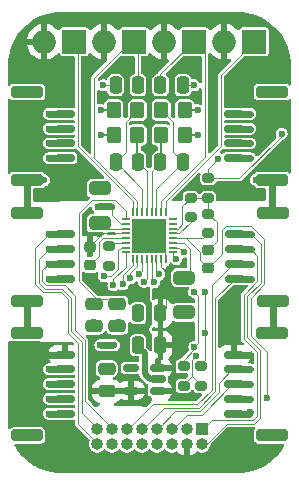
<source format=gtl>
G04 #@! TF.GenerationSoftware,KiCad,Pcbnew,8.0.1*
G04 #@! TF.CreationDate,2024-09-18T22:43:32-06:00*
G04 #@! TF.ProjectId,semg,73656d67-2e6b-4696-9361-645f70636258,rev?*
G04 #@! TF.SameCoordinates,Original*
G04 #@! TF.FileFunction,Copper,L1,Top*
G04 #@! TF.FilePolarity,Positive*
%FSLAX46Y46*%
G04 Gerber Fmt 4.6, Leading zero omitted, Abs format (unit mm)*
G04 Created by KiCad (PCBNEW 8.0.1) date 2024-09-18 22:43:32*
%MOMM*%
%LPD*%
G01*
G04 APERTURE LIST*
G04 Aperture macros list*
%AMRoundRect*
0 Rectangle with rounded corners*
0 $1 Rounding radius*
0 $2 $3 $4 $5 $6 $7 $8 $9 X,Y pos of 4 corners*
0 Add a 4 corners polygon primitive as box body*
4,1,4,$2,$3,$4,$5,$6,$7,$8,$9,$2,$3,0*
0 Add four circle primitives for the rounded corners*
1,1,$1+$1,$2,$3*
1,1,$1+$1,$4,$5*
1,1,$1+$1,$6,$7*
1,1,$1+$1,$8,$9*
0 Add four rect primitives between the rounded corners*
20,1,$1+$1,$2,$3,$4,$5,0*
20,1,$1+$1,$4,$5,$6,$7,0*
20,1,$1+$1,$6,$7,$8,$9,0*
20,1,$1+$1,$8,$9,$2,$3,0*%
G04 Aperture macros list end*
G04 #@! TA.AperFunction,EtchedComponent*
%ADD10C,0.000000*%
G04 #@! TD*
G04 #@! TA.AperFunction,SMDPad,CuDef*
%ADD11RoundRect,0.050000X-0.050000X0.300000X-0.050000X-0.300000X0.050000X-0.300000X0.050000X0.300000X0*%
G04 #@! TD*
G04 #@! TA.AperFunction,SMDPad,CuDef*
%ADD12RoundRect,0.050000X-0.300000X0.050000X-0.300000X-0.050000X0.300000X-0.050000X0.300000X0.050000X0*%
G04 #@! TD*
G04 #@! TA.AperFunction,HeatsinkPad*
%ADD13R,2.900000X2.900000*%
G04 #@! TD*
G04 #@! TA.AperFunction,SMDPad,CuDef*
%ADD14RoundRect,0.150000X-0.700000X0.150000X-0.700000X-0.150000X0.700000X-0.150000X0.700000X0.150000X0*%
G04 #@! TD*
G04 #@! TA.AperFunction,SMDPad,CuDef*
%ADD15RoundRect,0.250000X-1.100000X0.250000X-1.100000X-0.250000X1.100000X-0.250000X1.100000X0.250000X0*%
G04 #@! TD*
G04 #@! TA.AperFunction,SMDPad,CuDef*
%ADD16RoundRect,0.225000X0.250000X-0.225000X0.250000X0.225000X-0.250000X0.225000X-0.250000X-0.225000X0*%
G04 #@! TD*
G04 #@! TA.AperFunction,SMDPad,CuDef*
%ADD17RoundRect,0.250000X-0.350000X-0.450000X0.350000X-0.450000X0.350000X0.450000X-0.350000X0.450000X0*%
G04 #@! TD*
G04 #@! TA.AperFunction,SMDPad,CuDef*
%ADD18RoundRect,0.200000X-0.275000X0.200000X-0.275000X-0.200000X0.275000X-0.200000X0.275000X0.200000X0*%
G04 #@! TD*
G04 #@! TA.AperFunction,SMDPad,CuDef*
%ADD19RoundRect,0.150000X0.512500X0.150000X-0.512500X0.150000X-0.512500X-0.150000X0.512500X-0.150000X0*%
G04 #@! TD*
G04 #@! TA.AperFunction,SMDPad,CuDef*
%ADD20RoundRect,0.250000X-0.475000X0.250000X-0.475000X-0.250000X0.475000X-0.250000X0.475000X0.250000X0*%
G04 #@! TD*
G04 #@! TA.AperFunction,SMDPad,CuDef*
%ADD21RoundRect,0.250000X-0.250000X-0.475000X0.250000X-0.475000X0.250000X0.475000X-0.250000X0.475000X0*%
G04 #@! TD*
G04 #@! TA.AperFunction,SMDPad,CuDef*
%ADD22RoundRect,0.200000X0.275000X-0.200000X0.275000X0.200000X-0.275000X0.200000X-0.275000X-0.200000X0*%
G04 #@! TD*
G04 #@! TA.AperFunction,SMDPad,CuDef*
%ADD23RoundRect,0.150000X0.700000X-0.150000X0.700000X0.150000X-0.700000X0.150000X-0.700000X-0.150000X0*%
G04 #@! TD*
G04 #@! TA.AperFunction,SMDPad,CuDef*
%ADD24RoundRect,0.250000X1.100000X-0.250000X1.100000X0.250000X-1.100000X0.250000X-1.100000X-0.250000X0*%
G04 #@! TD*
G04 #@! TA.AperFunction,ComponentPad*
%ADD25R,2.000000X2.000000*%
G04 #@! TD*
G04 #@! TA.AperFunction,ComponentPad*
%ADD26O,2.000000X2.000000*%
G04 #@! TD*
G04 #@! TA.AperFunction,SMDPad,CuDef*
%ADD27RoundRect,0.250000X0.250000X0.475000X-0.250000X0.475000X-0.250000X-0.475000X0.250000X-0.475000X0*%
G04 #@! TD*
G04 #@! TA.AperFunction,SMDPad,CuDef*
%ADD28RoundRect,0.225000X-0.250000X0.225000X-0.250000X-0.225000X0.250000X-0.225000X0.250000X0.225000X0*%
G04 #@! TD*
G04 #@! TA.AperFunction,SMDPad,CuDef*
%ADD29RoundRect,0.250000X-0.650000X0.325000X-0.650000X-0.325000X0.650000X-0.325000X0.650000X0.325000X0*%
G04 #@! TD*
G04 #@! TA.AperFunction,ComponentPad*
%ADD30C,0.600000*%
G04 #@! TD*
G04 #@! TA.AperFunction,SMDPad,CuDef*
%ADD31RoundRect,0.250000X0.350000X0.450000X-0.350000X0.450000X-0.350000X-0.450000X0.350000X-0.450000X0*%
G04 #@! TD*
G04 #@! TA.AperFunction,ComponentPad*
%ADD32R,1.000000X1.000000*%
G04 #@! TD*
G04 #@! TA.AperFunction,ComponentPad*
%ADD33O,1.000000X1.000000*%
G04 #@! TD*
G04 #@! TA.AperFunction,SMDPad,CuDef*
%ADD34RoundRect,0.250000X0.650000X-0.325000X0.650000X0.325000X-0.650000X0.325000X-0.650000X-0.325000X0*%
G04 #@! TD*
G04 #@! TA.AperFunction,ViaPad*
%ADD35C,0.600000*%
G04 #@! TD*
G04 #@! TA.AperFunction,Conductor*
%ADD36C,0.100000*%
G04 #@! TD*
G04 #@! TA.AperFunction,Conductor*
%ADD37C,0.600000*%
G04 #@! TD*
G04 #@! TA.AperFunction,Conductor*
%ADD38C,0.500000*%
G04 #@! TD*
G04 #@! TA.AperFunction,Conductor*
%ADD39C,0.200000*%
G04 #@! TD*
G04 #@! TA.AperFunction,Conductor*
%ADD40C,0.180000*%
G04 #@! TD*
G04 APERTURE END LIST*
D10*
G04 #@! TA.AperFunction,EtchedComponent*
G36*
X63200000Y-31350000D02*
G01*
X62000000Y-31350000D01*
X62000000Y-30750000D01*
X63200000Y-30750000D01*
X63200000Y-31350000D01*
G37*
G04 #@! TD.AperFunction*
G04 #@! TA.AperFunction,EtchedComponent*
G36*
X63400000Y-43050000D02*
G01*
X62200000Y-43050000D01*
X62200000Y-42450000D01*
X63400000Y-42450000D01*
X63400000Y-43050000D01*
G37*
G04 #@! TD.AperFunction*
D11*
X67750000Y-31497500D03*
X67350000Y-31497500D03*
X66950000Y-31497500D03*
X66550000Y-31497500D03*
X66150000Y-31497500D03*
X65750000Y-31497500D03*
X65350000Y-31497500D03*
X64950000Y-31497500D03*
D12*
X64350000Y-32097500D03*
X64350000Y-32497500D03*
X64350000Y-32897500D03*
X64350000Y-33297500D03*
X64350000Y-33697500D03*
X64350000Y-34097500D03*
X64350000Y-34497500D03*
X64350000Y-34897500D03*
D11*
X64950000Y-35497500D03*
X65350000Y-35497500D03*
X65750000Y-35497500D03*
X66150000Y-35497500D03*
X66550000Y-35497500D03*
X66950000Y-35497500D03*
X67350000Y-35497500D03*
X67750000Y-35497500D03*
D12*
X68350000Y-34897500D03*
X68350000Y-34497500D03*
X68350000Y-34097500D03*
X68350000Y-33697500D03*
X68350000Y-33297500D03*
X68350000Y-32897500D03*
X68350000Y-32497500D03*
X68350000Y-32097500D03*
D13*
X66350000Y-33497500D03*
D14*
X59200000Y-43550000D03*
X59200000Y-44800000D03*
X59200000Y-46050000D03*
X59200000Y-47300000D03*
X59200000Y-48550000D03*
D15*
X56000000Y-41700000D03*
X56000000Y-50400000D03*
D16*
X71350000Y-36225000D03*
X71350000Y-34675000D03*
D17*
X63350000Y-22850000D03*
X65350000Y-22850000D03*
D18*
X69850000Y-30275000D03*
X69850000Y-31925000D03*
D19*
X67075000Y-46600000D03*
X67075000Y-45650000D03*
X67075000Y-44700000D03*
X64800000Y-44700000D03*
X64800000Y-46600000D03*
D20*
X63650000Y-39250000D03*
X63650000Y-41150000D03*
D17*
X63350000Y-24950000D03*
X65350000Y-24950000D03*
D21*
X67300000Y-27250000D03*
X69200000Y-27250000D03*
D18*
X70750000Y-44550000D03*
X70750000Y-46200000D03*
D22*
X71350000Y-30275000D03*
X71350000Y-28625000D03*
D23*
X73550000Y-48550000D03*
X73550000Y-47300000D03*
X73550000Y-46050000D03*
X73550000Y-44800000D03*
X73550000Y-43550000D03*
D24*
X76750000Y-50400000D03*
X76750000Y-41700000D03*
D20*
X62750000Y-44750000D03*
X62750000Y-46650000D03*
D25*
X75250000Y-17050000D03*
D26*
X72710000Y-17050000D03*
D25*
X70170000Y-17050000D03*
D26*
X67630000Y-17050000D03*
D25*
X65090000Y-17050000D03*
D26*
X62550000Y-17050000D03*
D25*
X60010000Y-17050000D03*
D26*
X57470000Y-17050000D03*
D18*
X69250000Y-44550000D03*
X69250000Y-46200000D03*
D23*
X73550000Y-26925000D03*
X73550000Y-25675000D03*
X73550000Y-24425000D03*
X73550000Y-23175000D03*
D24*
X76750000Y-28775000D03*
X76750000Y-21325000D03*
D21*
X63500000Y-27250000D03*
X65400000Y-27250000D03*
D14*
X59200000Y-33375000D03*
X59200000Y-34625000D03*
X59200000Y-35875000D03*
X59200000Y-37125000D03*
D15*
X56000000Y-31525000D03*
X56000000Y-38975000D03*
D27*
X65400000Y-20750000D03*
X63500000Y-20750000D03*
X69200000Y-20750000D03*
X67300000Y-20750000D03*
D28*
X61350000Y-34425000D03*
X61350000Y-35975000D03*
D20*
X61650000Y-39250000D03*
X61650000Y-41150000D03*
D21*
X65400000Y-42750000D03*
X67300000Y-42750000D03*
D29*
X69300000Y-37025000D03*
X69300000Y-39975000D03*
D14*
X59200000Y-23175000D03*
X59200000Y-24425000D03*
X59200000Y-25675000D03*
X59200000Y-26925000D03*
D15*
X56000000Y-21325000D03*
X56000000Y-28775000D03*
D30*
X63200000Y-31050000D03*
X62000000Y-31050000D03*
D31*
X69350000Y-24950000D03*
X67350000Y-24950000D03*
D32*
X70810000Y-49875000D03*
D33*
X70810000Y-51145000D03*
X69540000Y-49875000D03*
X69540000Y-51145000D03*
X68270000Y-49875000D03*
X68270000Y-51145000D03*
X67000000Y-49875000D03*
X67000000Y-51145000D03*
X65730000Y-49875000D03*
X65730000Y-51145000D03*
X64460000Y-49875000D03*
X64460000Y-51145000D03*
X63190000Y-49875000D03*
X63190000Y-51145000D03*
X61920000Y-49875000D03*
X61920000Y-51145000D03*
D23*
X73600000Y-37125000D03*
X73600000Y-35875000D03*
X73600000Y-34625000D03*
X73600000Y-33375000D03*
D24*
X76800000Y-38975000D03*
X76800000Y-31525000D03*
D18*
X71350000Y-31625000D03*
X71350000Y-33275000D03*
X62900000Y-34375000D03*
X62900000Y-36025000D03*
D27*
X67300000Y-40050000D03*
X65400000Y-40050000D03*
D30*
X63400000Y-42750000D03*
X62200000Y-42750000D03*
D31*
X69350000Y-22850000D03*
X67350000Y-22850000D03*
D34*
X62150000Y-32425000D03*
X62150000Y-29475000D03*
D35*
X74900000Y-47300000D03*
X76300000Y-47250000D03*
X57850000Y-47300000D03*
X61350000Y-37250000D03*
X61350000Y-35025000D03*
X76750000Y-41700000D03*
X76750000Y-50400000D03*
X57850000Y-48550000D03*
X65400000Y-40130000D03*
X76750000Y-21325000D03*
X56392881Y-41700000D03*
X62900000Y-36050000D03*
X74900000Y-48450000D03*
X56000000Y-50400000D03*
X66450000Y-33250000D03*
X62150000Y-29475000D03*
X57450000Y-28775000D03*
X69300000Y-39975000D03*
X75350000Y-28750000D03*
X70347195Y-43661708D03*
X56000000Y-21325000D03*
X67000000Y-44650000D03*
X57850000Y-43550000D03*
X74900000Y-43550000D03*
X62450000Y-20750000D03*
X70150000Y-20750000D03*
X74900000Y-23175000D03*
X57850000Y-23175000D03*
X65450000Y-36740000D03*
X64739256Y-37107217D03*
X74900000Y-24425000D03*
X57850000Y-24425000D03*
X65888687Y-37408998D03*
X66789081Y-37426403D03*
X57850000Y-25675000D03*
X74900000Y-25675000D03*
X57850000Y-44800000D03*
X74900000Y-44800000D03*
X63302031Y-37700000D03*
X64100000Y-37600000D03*
X74900000Y-46050000D03*
X57850000Y-46050000D03*
X70450000Y-22850000D03*
X62250000Y-22850000D03*
X70450000Y-24950000D03*
X62250000Y-24950000D03*
X70150000Y-38250000D03*
X70173483Y-42880793D03*
X68650000Y-35464579D03*
X71050000Y-38250000D03*
X71050000Y-41750000D03*
X69250000Y-34850000D03*
X74900000Y-26925000D03*
X67200000Y-36740000D03*
X57850000Y-26925000D03*
X62492303Y-36912319D03*
X74950000Y-37125000D03*
X57850000Y-37125000D03*
X62700000Y-44750000D03*
X63800000Y-40750000D03*
X61350000Y-35975000D03*
X61650000Y-40750000D03*
X57850000Y-33375000D03*
X57850000Y-34625000D03*
X57850000Y-35875000D03*
X77550000Y-24850000D03*
X72200001Y-26960000D03*
X74950000Y-35875000D03*
X74950000Y-33375000D03*
X74950000Y-34625000D03*
D36*
X72500000Y-33000000D02*
X72850000Y-32650000D01*
X71350000Y-33275000D02*
X70927500Y-33697500D01*
X76100000Y-37610966D02*
X74950000Y-38760966D01*
X71350000Y-36225000D02*
X72500000Y-35075000D01*
X74950000Y-38760966D02*
X74950000Y-41450000D01*
X70625000Y-34822500D02*
X69500000Y-33697500D01*
X74950000Y-41450000D02*
X74950000Y-41973654D01*
X69500000Y-33697500D02*
X68345000Y-33697500D01*
X74950000Y-32650000D02*
X75002818Y-32650000D01*
X76300000Y-43323654D02*
X76300000Y-47250000D01*
D37*
X73550000Y-47300000D02*
X74900000Y-47300000D01*
D36*
X75002818Y-32650000D02*
X76100000Y-33747182D01*
X70927500Y-33697500D02*
X69500000Y-33697500D01*
X71350000Y-36225000D02*
X70625000Y-35500000D01*
X76100000Y-33747182D02*
X76100000Y-37610966D01*
X72850000Y-32650000D02*
X74950000Y-32650000D01*
D37*
X59200000Y-47300000D02*
X57850000Y-47300000D01*
D36*
X70625000Y-35500000D02*
X70625000Y-34822500D01*
X72500000Y-35075000D02*
X72500000Y-33000000D01*
X74950000Y-41973654D02*
X76300000Y-43323654D01*
X69850000Y-30275000D02*
X71350000Y-30275000D01*
X68345000Y-32897500D02*
X68763208Y-32897500D01*
X72075000Y-33950000D02*
X71350000Y-34675000D01*
X71350000Y-31625000D02*
X72075000Y-32350000D01*
X69125000Y-31000000D02*
X69850000Y-30275000D01*
X72075000Y-32350000D02*
X72075000Y-33950000D01*
X68763208Y-32897500D02*
X69125000Y-32535708D01*
X71350000Y-30275000D02*
X71350000Y-31625000D01*
X69125000Y-32535708D02*
X69125000Y-31000000D01*
X62436298Y-33297500D02*
X64355000Y-33297500D01*
X61350000Y-35025000D02*
X61350000Y-34425000D01*
X61350000Y-35025000D02*
X61350000Y-34383798D01*
X61350000Y-34383798D02*
X62436298Y-33297500D01*
X64355000Y-32497500D02*
X63936792Y-32497500D01*
X63936792Y-32497500D02*
X63200000Y-31760708D01*
X63200000Y-31760708D02*
X63200000Y-31050000D01*
D37*
X73550000Y-48550000D02*
X74800000Y-48550000D01*
X56000000Y-31525000D02*
X56000000Y-28775000D01*
D36*
X70000000Y-45350000D02*
X70000000Y-44008903D01*
D37*
X76800000Y-41650000D02*
X76750000Y-41700000D01*
X76750000Y-28775000D02*
X76750000Y-31475000D01*
D36*
X70750000Y-46200000D02*
X70750000Y-46100000D01*
D37*
X56392881Y-41700000D02*
X56000000Y-41700000D01*
D36*
X70000000Y-44008903D02*
X70347195Y-43661708D01*
D38*
X65950000Y-43450000D02*
X65250000Y-42750000D01*
D37*
X59200000Y-48550000D02*
X57850000Y-48550000D01*
D38*
X67075000Y-45650000D02*
X66412501Y-45650000D01*
D37*
X76750000Y-31475000D02*
X76800000Y-31525000D01*
X56000000Y-41700000D02*
X56000000Y-38975000D01*
D38*
X66412501Y-45650000D02*
X65950000Y-45187499D01*
D37*
X76800000Y-38975000D02*
X76800000Y-41650000D01*
D36*
X67710000Y-35352500D02*
X67750000Y-35392500D01*
X69950000Y-45400000D02*
X70000000Y-45350000D01*
X67710000Y-34857500D02*
X67710000Y-35352500D01*
X69150000Y-46200000D02*
X69950000Y-45400000D01*
X70750000Y-46100000D02*
X70000000Y-45350000D01*
D37*
X74800000Y-48550000D02*
X74900000Y-48450000D01*
D38*
X65950000Y-45187499D02*
X65950000Y-43450000D01*
D36*
X67000000Y-44650000D02*
X67150000Y-44625000D01*
X59369842Y-43550000D02*
X59200000Y-43550000D01*
D37*
X73550000Y-43550000D02*
X74900000Y-43550000D01*
D39*
X69630000Y-52330000D02*
X69900000Y-52600000D01*
D36*
X67300000Y-44475000D02*
X67125000Y-44650000D01*
X67750000Y-39600000D02*
X67300000Y-40050000D01*
X67750000Y-36512182D02*
X67750000Y-39600000D01*
D39*
X69630000Y-51095000D02*
X69630000Y-52330000D01*
D37*
X59200000Y-43550000D02*
X57850000Y-43550000D01*
D36*
X67350000Y-39900000D02*
X67600000Y-40150000D01*
X67350000Y-35492500D02*
X67350000Y-36112182D01*
X67125000Y-44650000D02*
X67000000Y-44650000D01*
X67350000Y-36112182D02*
X67750000Y-36512182D01*
X67300000Y-40050000D02*
X67300000Y-44475000D01*
X60400000Y-31600000D02*
X60400000Y-37344842D01*
X64355000Y-31427182D02*
X63427818Y-30500000D01*
X61500000Y-30500000D02*
X60400000Y-31600000D01*
X61905158Y-38850000D02*
X63800000Y-38850000D01*
X64355000Y-32097500D02*
X64355000Y-31427182D01*
X60400000Y-37344842D02*
X61905158Y-38850000D01*
X63427818Y-30500000D02*
X61500000Y-30500000D01*
X62622500Y-32897500D02*
X64355000Y-32897500D01*
X62150000Y-32425000D02*
X62622500Y-32897500D01*
X69800000Y-34622182D02*
X69800000Y-36525000D01*
X69275318Y-34097500D02*
X69800000Y-34622182D01*
X68345000Y-34097500D02*
X69275318Y-34097500D01*
X69800000Y-36525000D02*
X69300000Y-37025000D01*
X65400000Y-17360000D02*
X65400000Y-20750000D01*
X61700000Y-26889034D02*
X61700000Y-20100000D01*
X64920000Y-16880000D02*
X65400000Y-17360000D01*
X65350000Y-31402500D02*
X65350000Y-30539034D01*
X61700000Y-20100000D02*
X64920000Y-16880000D01*
X65350000Y-30539034D02*
X61700000Y-26889034D01*
X63500000Y-20750000D02*
X62450000Y-20750000D01*
X60300000Y-25913298D02*
X60300000Y-17340000D01*
X64950000Y-30563298D02*
X60300000Y-25913298D01*
X60300000Y-17340000D02*
X60010000Y-17050000D01*
X64950000Y-31502500D02*
X64950000Y-30563298D01*
X71050000Y-26839034D02*
X71050000Y-17930000D01*
X71050000Y-17930000D02*
X70110000Y-16990000D01*
X67300000Y-19800000D02*
X67300000Y-20750000D01*
X70110000Y-16990000D02*
X67300000Y-19800000D01*
X67350000Y-31402500D02*
X67350000Y-30539034D01*
X67350000Y-30539034D02*
X71050000Y-26839034D01*
X72450000Y-19850000D02*
X75250000Y-17050000D01*
X67750000Y-31402500D02*
X67750000Y-30563298D01*
X69200000Y-20750000D02*
X70150000Y-20750000D01*
X72450000Y-25863298D02*
X72450000Y-19850000D01*
X67750000Y-30563298D02*
X72450000Y-25863298D01*
X66550000Y-28000000D02*
X67300000Y-27250000D01*
X66550000Y-31402500D02*
X66550000Y-28000000D01*
D40*
X67350000Y-24950000D02*
X67350000Y-27200000D01*
X67350000Y-27200000D02*
X67300000Y-27250000D01*
D36*
X66950000Y-29500000D02*
X69200000Y-27250000D01*
X68350000Y-23850000D02*
X68350000Y-26400000D01*
X66950000Y-31402500D02*
X66950000Y-29500000D01*
X67350000Y-22850000D02*
X68350000Y-23850000D01*
X68350000Y-26400000D02*
X69200000Y-27250000D01*
D40*
X65350000Y-27200000D02*
X65400000Y-27250000D01*
X65350000Y-24950000D02*
X65350000Y-27200000D01*
D36*
X66150000Y-28000000D02*
X65400000Y-27250000D01*
X66150000Y-31402500D02*
X66150000Y-28000000D01*
X64350000Y-23850000D02*
X64350000Y-26400000D01*
X65350000Y-22850000D02*
X64350000Y-23850000D01*
X64350000Y-26400000D02*
X63500000Y-27250000D01*
X65750000Y-31402500D02*
X65750000Y-29500000D01*
X65750000Y-29500000D02*
X63500000Y-27250000D01*
X65450000Y-36740000D02*
X65750000Y-36440000D01*
X65750000Y-36440000D02*
X65750000Y-35492500D01*
D37*
X57850000Y-23175000D02*
X59200000Y-23175000D01*
X73550000Y-23175000D02*
X74900000Y-23175000D01*
D36*
X65350000Y-36062182D02*
X65350000Y-35492500D01*
X64739256Y-37107217D02*
X64739256Y-36672926D01*
X64739256Y-36672926D02*
X65350000Y-36062182D01*
X65888687Y-37408998D02*
X66150000Y-37147685D01*
D37*
X73550000Y-24425000D02*
X74900000Y-24425000D01*
D36*
X66150000Y-37147685D02*
X66150000Y-35492500D01*
D37*
X59200000Y-24425000D02*
X57850000Y-24425000D01*
X59200000Y-25675000D02*
X57850000Y-25675000D01*
D36*
X66550000Y-37187322D02*
X66550000Y-35492500D01*
X66789081Y-37426403D02*
X66550000Y-37187322D01*
D37*
X73550000Y-25675000D02*
X74900000Y-25675000D01*
D36*
X73380158Y-44800000D02*
X72250000Y-45930158D01*
D37*
X59200000Y-44800000D02*
X57850000Y-44800000D01*
D36*
X63302031Y-37700000D02*
X63302031Y-37164171D01*
X64355000Y-36111202D02*
X64355000Y-34897500D01*
X73550000Y-44800000D02*
X73380158Y-44800000D01*
X72250000Y-46755894D02*
X70655894Y-48350000D01*
X68565000Y-48350000D02*
X67090000Y-49825000D01*
X72250000Y-45930158D02*
X72250000Y-46755894D01*
X70655894Y-48350000D02*
X68565000Y-48350000D01*
D37*
X73550000Y-44800000D02*
X74900000Y-44800000D01*
D36*
X63302031Y-37164171D02*
X64355000Y-36111202D01*
D37*
X73550000Y-46050000D02*
X74900000Y-46050000D01*
D36*
X70780158Y-48650000D02*
X69535000Y-48650000D01*
X64950000Y-35940466D02*
X64950000Y-35492500D01*
X73380158Y-46050000D02*
X70780158Y-48650000D01*
X69535000Y-48650000D02*
X68360000Y-49825000D01*
D37*
X59200000Y-46050000D02*
X57850000Y-46050000D01*
D36*
X64100000Y-37600000D02*
X64100000Y-36790466D01*
X73550000Y-46050000D02*
X73380158Y-46050000D01*
X64100000Y-36790466D02*
X64950000Y-35940466D01*
D40*
X69350000Y-22850000D02*
X70450000Y-22850000D01*
X63350000Y-22850000D02*
X62250000Y-22850000D01*
X69350000Y-24950000D02*
X70450000Y-24950000D01*
D36*
X68877500Y-33297500D02*
X68345000Y-33297500D01*
X69850000Y-32325000D02*
X68877500Y-33297500D01*
X69850000Y-31925000D02*
X69850000Y-32325000D01*
D40*
X63350000Y-24950000D02*
X62250000Y-24950000D01*
D36*
X70173483Y-43057602D02*
X69250000Y-43981085D01*
X70173483Y-42880793D02*
X70173483Y-43057602D01*
X69250000Y-43981085D02*
X69250000Y-44550000D01*
X70450000Y-42604276D02*
X70450000Y-38550000D01*
X68650000Y-35464579D02*
X68345000Y-35159579D01*
X68345000Y-35159579D02*
X68345000Y-34897500D01*
X70450000Y-38550000D02*
X70150000Y-38250000D01*
X70173483Y-42880793D02*
X70450000Y-42604276D01*
X71050000Y-41750000D02*
X71050000Y-38250000D01*
X71050000Y-41750000D02*
X71050000Y-44025000D01*
X69250000Y-34850000D02*
X68897500Y-34497500D01*
X68897500Y-34497500D02*
X68345000Y-34497500D01*
X71050000Y-44025000D02*
X70450000Y-44625000D01*
D37*
X73550000Y-26925000D02*
X74900000Y-26925000D01*
D36*
X67200000Y-36740000D02*
X66950000Y-36490000D01*
D37*
X59200000Y-26925000D02*
X57850000Y-26925000D01*
D36*
X66950000Y-36490000D02*
X66950000Y-35492500D01*
X63735000Y-34699292D02*
X63936792Y-34497500D01*
D37*
X73600000Y-37125000D02*
X74950000Y-37125000D01*
D36*
X63129619Y-36912319D02*
X63735000Y-36306938D01*
X73600000Y-37125000D02*
X71950000Y-38775000D01*
X67595000Y-48050000D02*
X65820000Y-49825000D01*
D37*
X59200000Y-37125000D02*
X57850000Y-37125000D01*
D36*
X71950000Y-38775000D02*
X71950000Y-46631630D01*
X71950000Y-46631630D02*
X70531630Y-48050000D01*
X63735000Y-36306938D02*
X63735000Y-34699292D01*
X70531630Y-48050000D02*
X67595000Y-48050000D01*
X63936792Y-34497500D02*
X64355000Y-34497500D01*
X62492303Y-36912319D02*
X63129619Y-36912319D01*
D39*
X72710000Y-17050000D02*
X72710000Y-18690000D01*
X67630000Y-17050000D02*
X67630000Y-18670000D01*
X72710000Y-18690000D02*
X72100000Y-19300000D01*
D36*
X61350000Y-35975000D02*
X62100000Y-35225000D01*
X62460562Y-33697500D02*
X64355000Y-33697500D01*
X62100000Y-35225000D02*
X62100000Y-34058062D01*
X62100000Y-34058062D02*
X62460562Y-33697500D01*
D39*
X62550000Y-17050000D02*
X62550000Y-18755026D01*
X67630000Y-18670000D02*
X67100000Y-19200000D01*
X62550000Y-18755026D02*
X62252513Y-19052513D01*
D36*
X59450000Y-38874264D02*
X59450000Y-41698528D01*
X58850736Y-38275000D02*
X59450000Y-38874264D01*
X60350000Y-42598528D02*
X60350000Y-49435000D01*
X57373655Y-38275000D02*
X58850736Y-38275000D01*
D37*
X59200000Y-33375000D02*
X57850000Y-33375000D01*
D36*
X56700000Y-34525000D02*
X56700000Y-37601345D01*
X59450000Y-41698528D02*
X60350000Y-42598528D01*
X56700000Y-37601345D02*
X57373655Y-38275000D01*
X57850000Y-33375000D02*
X56700000Y-34525000D01*
X60350000Y-49435000D02*
X62010000Y-51095000D01*
X57000000Y-37477081D02*
X57497919Y-37975000D01*
X60650000Y-48465000D02*
X62010000Y-49825000D01*
X57000000Y-35475000D02*
X57000000Y-37477081D01*
X57850000Y-34625000D02*
X57000000Y-35475000D01*
X59750000Y-41574264D02*
X60650000Y-42474264D01*
X60650000Y-42474264D02*
X60650000Y-48465000D01*
D37*
X59200000Y-34625000D02*
X57850000Y-34625000D01*
D36*
X57497919Y-37975000D02*
X58975000Y-37975000D01*
X58975000Y-37975000D02*
X59750000Y-38750000D01*
X59750000Y-38750000D02*
X59750000Y-41574264D01*
X60950000Y-42350000D02*
X60950000Y-47495000D01*
X57300000Y-36425000D02*
X57300000Y-37352817D01*
X57850000Y-35875000D02*
X57300000Y-36425000D01*
X60050000Y-41450000D02*
X60950000Y-42350000D01*
X60950000Y-47495000D02*
X63280000Y-49825000D01*
X57300000Y-37352817D02*
X57622183Y-37675000D01*
D37*
X59200000Y-35875000D02*
X57850000Y-35875000D01*
D36*
X60050000Y-38550000D02*
X60050000Y-41450000D01*
X59175000Y-37675000D02*
X60050000Y-38550000D01*
X57622183Y-37675000D02*
X59175000Y-37675000D01*
X62900000Y-34350000D02*
X62900000Y-34350000D01*
X63177500Y-34097500D02*
X62900000Y-34375000D01*
X64355000Y-34097500D02*
X63177500Y-34097500D01*
X77550000Y-25052818D02*
X73977818Y-28625000D01*
X72200001Y-26960000D02*
X71350000Y-27810001D01*
X73977818Y-28625000D02*
X71350000Y-28625000D01*
X71350000Y-27810001D02*
X71350000Y-28625000D01*
X69630000Y-49595000D02*
X69630000Y-49825000D01*
X77550000Y-24850000D02*
X77550000Y-25052818D01*
X71650000Y-46507366D02*
X70407366Y-47750000D01*
D37*
X73600000Y-35875000D02*
X74950000Y-35875000D01*
D36*
X73600000Y-35875000D02*
X73430158Y-35875000D01*
X66625000Y-47750000D02*
X64550000Y-49825000D01*
X71650000Y-37655158D02*
X71650000Y-46507366D01*
X73430158Y-35875000D02*
X71650000Y-37655158D01*
X70407366Y-47750000D02*
X66625000Y-47750000D01*
X75800000Y-37477082D02*
X74650000Y-38627082D01*
X75750000Y-43197918D02*
X75750000Y-48902081D01*
X74950000Y-33375000D02*
X75800000Y-34225000D01*
X71205000Y-51095000D02*
X70900000Y-51095000D01*
X72900000Y-49400000D02*
X71205000Y-51095000D01*
X74650000Y-42097918D02*
X75750000Y-43197918D01*
X75252081Y-49400000D02*
X72900000Y-49400000D01*
X75750000Y-48902081D02*
X75252081Y-49400000D01*
X75800000Y-34225000D02*
X75800000Y-37477082D01*
X74650000Y-38627082D02*
X74650000Y-42097918D01*
D37*
X73600000Y-33375000D02*
X74950000Y-33375000D01*
D36*
X74950000Y-34625000D02*
X75500000Y-35175000D01*
X74350000Y-38502818D02*
X74350000Y-42222182D01*
X74350000Y-42222182D02*
X75450000Y-43322182D01*
X75450000Y-43322182D02*
X75450000Y-48777817D01*
X75500000Y-37352818D02*
X74350000Y-38502818D01*
X75500000Y-35175000D02*
X75500000Y-37352818D01*
X75450000Y-48777817D02*
X75127817Y-49100000D01*
D37*
X73600000Y-34625000D02*
X74950000Y-34625000D01*
D36*
X71625000Y-49100000D02*
X70900000Y-49825000D01*
X75127817Y-49100000D02*
X71625000Y-49100000D01*
G04 #@! TA.AperFunction,Conductor*
G36*
X59791111Y-42444336D02*
G01*
X59857997Y-42464520D01*
X59877862Y-42480651D01*
X59935530Y-42538319D01*
X59969015Y-42599642D01*
X59964031Y-42669334D01*
X59922159Y-42725267D01*
X59856695Y-42749684D01*
X59847849Y-42750000D01*
X59450000Y-42750000D01*
X59450000Y-43676000D01*
X59430315Y-43743039D01*
X59377511Y-43788794D01*
X59326000Y-43800000D01*
X57852705Y-43800000D01*
X57852704Y-43800001D01*
X57852899Y-43802486D01*
X57898718Y-43960198D01*
X57986288Y-44108271D01*
X57984566Y-44109288D01*
X58006257Y-44164545D01*
X57992572Y-44233062D01*
X57944017Y-44283303D01*
X57882742Y-44299500D01*
X57778039Y-44299500D01*
X57716145Y-44317673D01*
X57713307Y-44318469D01*
X57656817Y-44333606D01*
X57650609Y-44336177D01*
X57640985Y-44339572D01*
X57639949Y-44340045D01*
X57591915Y-44370914D01*
X57586880Y-44373983D01*
X57542689Y-44399497D01*
X57538266Y-44402892D01*
X57522945Y-44415238D01*
X57518877Y-44417852D01*
X57518868Y-44417860D01*
X57486355Y-44455383D01*
X57480324Y-44461860D01*
X57449498Y-44492686D01*
X57446364Y-44498115D01*
X57432701Y-44517303D01*
X57424623Y-44526626D01*
X57424623Y-44526627D01*
X57407088Y-44565019D01*
X57401687Y-44575495D01*
X57383607Y-44606813D01*
X57383606Y-44606816D01*
X57380046Y-44620103D01*
X57373069Y-44639511D01*
X57364835Y-44657541D01*
X57359886Y-44691956D01*
X57356925Y-44706394D01*
X57349500Y-44734105D01*
X57349500Y-44755331D01*
X57348238Y-44772977D01*
X57344353Y-44799999D01*
X57348238Y-44827020D01*
X57349500Y-44844667D01*
X57349500Y-44865894D01*
X57356923Y-44893596D01*
X57359885Y-44908037D01*
X57364835Y-44942456D01*
X57364837Y-44942464D01*
X57373069Y-44960489D01*
X57380050Y-44979907D01*
X57383607Y-44993183D01*
X57383610Y-44993190D01*
X57401681Y-45024491D01*
X57407086Y-45034974D01*
X57424623Y-45073373D01*
X57432694Y-45082687D01*
X57446368Y-45101890D01*
X57449497Y-45107310D01*
X57449501Y-45107315D01*
X57480322Y-45138136D01*
X57486354Y-45144615D01*
X57518870Y-45182141D01*
X57518874Y-45182145D01*
X57522928Y-45184750D01*
X57538211Y-45197066D01*
X57542684Y-45200498D01*
X57542686Y-45200500D01*
X57586887Y-45226019D01*
X57591871Y-45229056D01*
X57639947Y-45259953D01*
X57639950Y-45259954D01*
X57639952Y-45259955D01*
X57640994Y-45260431D01*
X57650621Y-45263827D01*
X57656811Y-45266390D01*
X57656814Y-45266392D01*
X57713261Y-45281516D01*
X57716098Y-45282312D01*
X57778039Y-45300500D01*
X59933258Y-45300500D01*
X59933260Y-45300500D01*
X59957622Y-45296950D01*
X60026797Y-45306762D01*
X60079688Y-45352416D01*
X60099500Y-45419418D01*
X60099500Y-45430345D01*
X60079815Y-45497384D01*
X60027011Y-45543139D01*
X59957853Y-45553083D01*
X59957722Y-45553064D01*
X59933260Y-45549500D01*
X59265892Y-45549500D01*
X57921961Y-45549500D01*
X57778039Y-45549500D01*
X57716145Y-45567673D01*
X57713307Y-45568469D01*
X57656817Y-45583606D01*
X57650609Y-45586177D01*
X57640985Y-45589572D01*
X57639949Y-45590045D01*
X57591915Y-45620914D01*
X57586880Y-45623983D01*
X57542689Y-45649497D01*
X57538266Y-45652892D01*
X57522945Y-45665238D01*
X57518877Y-45667852D01*
X57518868Y-45667860D01*
X57486355Y-45705383D01*
X57480324Y-45711860D01*
X57449498Y-45742686D01*
X57446364Y-45748115D01*
X57432701Y-45767303D01*
X57424623Y-45776626D01*
X57424623Y-45776627D01*
X57407088Y-45815019D01*
X57401687Y-45825495D01*
X57383607Y-45856813D01*
X57383606Y-45856816D01*
X57380046Y-45870103D01*
X57373069Y-45889511D01*
X57364835Y-45907541D01*
X57359886Y-45941956D01*
X57356925Y-45956394D01*
X57349500Y-45984105D01*
X57349500Y-46005331D01*
X57348238Y-46022977D01*
X57344353Y-46049999D01*
X57348238Y-46077020D01*
X57349500Y-46094667D01*
X57349500Y-46115894D01*
X57356923Y-46143596D01*
X57359885Y-46158037D01*
X57364835Y-46192456D01*
X57364837Y-46192464D01*
X57373069Y-46210489D01*
X57380050Y-46229907D01*
X57383607Y-46243183D01*
X57383610Y-46243190D01*
X57401681Y-46274491D01*
X57407086Y-46284974D01*
X57424623Y-46323373D01*
X57432694Y-46332687D01*
X57446368Y-46351890D01*
X57449497Y-46357310D01*
X57449501Y-46357315D01*
X57480322Y-46388136D01*
X57486354Y-46394615D01*
X57518870Y-46432141D01*
X57518874Y-46432145D01*
X57522928Y-46434750D01*
X57538211Y-46447066D01*
X57542684Y-46450498D01*
X57542686Y-46450500D01*
X57586887Y-46476019D01*
X57591871Y-46479056D01*
X57639947Y-46509953D01*
X57639950Y-46509954D01*
X57639952Y-46509955D01*
X57640994Y-46510431D01*
X57650621Y-46513827D01*
X57656811Y-46516390D01*
X57656814Y-46516392D01*
X57713261Y-46531516D01*
X57716098Y-46532312D01*
X57778039Y-46550500D01*
X59933258Y-46550500D01*
X59933260Y-46550500D01*
X59957622Y-46546950D01*
X60026797Y-46556762D01*
X60079688Y-46602416D01*
X60099500Y-46669418D01*
X60099500Y-46680345D01*
X60079815Y-46747384D01*
X60027011Y-46793139D01*
X59957853Y-46803083D01*
X59957722Y-46803064D01*
X59933260Y-46799500D01*
X59265892Y-46799500D01*
X57921961Y-46799500D01*
X57778039Y-46799500D01*
X57716145Y-46817673D01*
X57713307Y-46818469D01*
X57656817Y-46833606D01*
X57650609Y-46836177D01*
X57640985Y-46839572D01*
X57639949Y-46840045D01*
X57591915Y-46870914D01*
X57586880Y-46873983D01*
X57542689Y-46899497D01*
X57538266Y-46902892D01*
X57522945Y-46915238D01*
X57518877Y-46917852D01*
X57518868Y-46917860D01*
X57486355Y-46955383D01*
X57480324Y-46961860D01*
X57449498Y-46992686D01*
X57446364Y-46998115D01*
X57432701Y-47017303D01*
X57424623Y-47026626D01*
X57424623Y-47026627D01*
X57407088Y-47065019D01*
X57401687Y-47075495D01*
X57383607Y-47106813D01*
X57383606Y-47106816D01*
X57380046Y-47120103D01*
X57373069Y-47139511D01*
X57364835Y-47157541D01*
X57359886Y-47191956D01*
X57356925Y-47206394D01*
X57349500Y-47234105D01*
X57349500Y-47255331D01*
X57348238Y-47272977D01*
X57344353Y-47299999D01*
X57348238Y-47327020D01*
X57349500Y-47344667D01*
X57349500Y-47365894D01*
X57354352Y-47384003D01*
X57356617Y-47392456D01*
X57356923Y-47393596D01*
X57359885Y-47408037D01*
X57364835Y-47442456D01*
X57364837Y-47442464D01*
X57373069Y-47460489D01*
X57380050Y-47479907D01*
X57383607Y-47493183D01*
X57383610Y-47493190D01*
X57401681Y-47524491D01*
X57407086Y-47534974D01*
X57424623Y-47573373D01*
X57432694Y-47582687D01*
X57446368Y-47601890D01*
X57449497Y-47607310D01*
X57449501Y-47607315D01*
X57480322Y-47638136D01*
X57486354Y-47644615D01*
X57518870Y-47682141D01*
X57518874Y-47682145D01*
X57522928Y-47684750D01*
X57538211Y-47697066D01*
X57542684Y-47700498D01*
X57542686Y-47700500D01*
X57586887Y-47726019D01*
X57591871Y-47729056D01*
X57639947Y-47759953D01*
X57639950Y-47759954D01*
X57639952Y-47759955D01*
X57640994Y-47760431D01*
X57650621Y-47763827D01*
X57656811Y-47766390D01*
X57656814Y-47766392D01*
X57713261Y-47781516D01*
X57716098Y-47782312D01*
X57778039Y-47800500D01*
X59933258Y-47800500D01*
X59933260Y-47800500D01*
X59957622Y-47796950D01*
X60026797Y-47806762D01*
X60079688Y-47852416D01*
X60099500Y-47919418D01*
X60099500Y-47930345D01*
X60079815Y-47997384D01*
X60027011Y-48043139D01*
X59957853Y-48053083D01*
X59957722Y-48053064D01*
X59933260Y-48049500D01*
X59265892Y-48049500D01*
X57921961Y-48049500D01*
X57778039Y-48049500D01*
X57716145Y-48067673D01*
X57713307Y-48068469D01*
X57656817Y-48083606D01*
X57650609Y-48086177D01*
X57640985Y-48089572D01*
X57639949Y-48090045D01*
X57591915Y-48120914D01*
X57586880Y-48123983D01*
X57542689Y-48149497D01*
X57538266Y-48152892D01*
X57522945Y-48165238D01*
X57518877Y-48167852D01*
X57518868Y-48167860D01*
X57486355Y-48205383D01*
X57480324Y-48211860D01*
X57449498Y-48242686D01*
X57446364Y-48248115D01*
X57432701Y-48267303D01*
X57424623Y-48276626D01*
X57424623Y-48276627D01*
X57407088Y-48315019D01*
X57401687Y-48325495D01*
X57383607Y-48356813D01*
X57383606Y-48356816D01*
X57380046Y-48370103D01*
X57373069Y-48389511D01*
X57364835Y-48407541D01*
X57359886Y-48441956D01*
X57356925Y-48456394D01*
X57349500Y-48484105D01*
X57349500Y-48505331D01*
X57348238Y-48522977D01*
X57344353Y-48549999D01*
X57348238Y-48577020D01*
X57349500Y-48594667D01*
X57349500Y-48615894D01*
X57356923Y-48643596D01*
X57359885Y-48658037D01*
X57364835Y-48692456D01*
X57364837Y-48692464D01*
X57373069Y-48710489D01*
X57380050Y-48729907D01*
X57383607Y-48743183D01*
X57383610Y-48743190D01*
X57401681Y-48774491D01*
X57407086Y-48784974D01*
X57424623Y-48823373D01*
X57432694Y-48832687D01*
X57446368Y-48851890D01*
X57449497Y-48857310D01*
X57449501Y-48857315D01*
X57480322Y-48888136D01*
X57486354Y-48894615D01*
X57518870Y-48932141D01*
X57518874Y-48932145D01*
X57522928Y-48934750D01*
X57538211Y-48947066D01*
X57542684Y-48950498D01*
X57542686Y-48950500D01*
X57586887Y-48976019D01*
X57591871Y-48979056D01*
X57639947Y-49009953D01*
X57639950Y-49009954D01*
X57639952Y-49009955D01*
X57640994Y-49010431D01*
X57650621Y-49013827D01*
X57656811Y-49016390D01*
X57656814Y-49016392D01*
X57713261Y-49031516D01*
X57716098Y-49032312D01*
X57778039Y-49050500D01*
X59933258Y-49050500D01*
X59933260Y-49050500D01*
X59957622Y-49046950D01*
X60026797Y-49056762D01*
X60079688Y-49102416D01*
X60099500Y-49169418D01*
X60099500Y-49484829D01*
X60137636Y-49576897D01*
X61261211Y-50700472D01*
X61294696Y-50761795D01*
X61289712Y-50831487D01*
X61289472Y-50832123D01*
X61234861Y-50976122D01*
X61234859Y-50976130D01*
X61214355Y-51145000D01*
X61234859Y-51313869D01*
X61234860Y-51313874D01*
X61295182Y-51472931D01*
X61301675Y-51482337D01*
X61391817Y-51612929D01*
X61433188Y-51649580D01*
X61519150Y-51725736D01*
X61669773Y-51804789D01*
X61669775Y-51804790D01*
X61834944Y-51845500D01*
X62005056Y-51845500D01*
X62170225Y-51804790D01*
X62287046Y-51743477D01*
X62320849Y-51725736D01*
X62320850Y-51725734D01*
X62320852Y-51725734D01*
X62448183Y-51612929D01*
X62452950Y-51606021D01*
X62507230Y-51562033D01*
X62576678Y-51554372D01*
X62639244Y-51585473D01*
X62657046Y-51606017D01*
X62661817Y-51612929D01*
X62703188Y-51649580D01*
X62789150Y-51725736D01*
X62939773Y-51804789D01*
X62939775Y-51804790D01*
X63104944Y-51845500D01*
X63275056Y-51845500D01*
X63440225Y-51804790D01*
X63557046Y-51743477D01*
X63590849Y-51725736D01*
X63590850Y-51725734D01*
X63590852Y-51725734D01*
X63718183Y-51612929D01*
X63722950Y-51606021D01*
X63777230Y-51562033D01*
X63846678Y-51554372D01*
X63909244Y-51585473D01*
X63927046Y-51606017D01*
X63931817Y-51612929D01*
X63973188Y-51649580D01*
X64059150Y-51725736D01*
X64209773Y-51804789D01*
X64209775Y-51804790D01*
X64374944Y-51845500D01*
X64545056Y-51845500D01*
X64710225Y-51804790D01*
X64827046Y-51743477D01*
X64860849Y-51725736D01*
X64860850Y-51725734D01*
X64860852Y-51725734D01*
X64988183Y-51612929D01*
X64992950Y-51606021D01*
X65047230Y-51562033D01*
X65116678Y-51554372D01*
X65179244Y-51585473D01*
X65197046Y-51606017D01*
X65201817Y-51612929D01*
X65243188Y-51649580D01*
X65329150Y-51725736D01*
X65479773Y-51804789D01*
X65479775Y-51804790D01*
X65644944Y-51845500D01*
X65815056Y-51845500D01*
X65980225Y-51804790D01*
X66097046Y-51743477D01*
X66130849Y-51725736D01*
X66130850Y-51725734D01*
X66130852Y-51725734D01*
X66258183Y-51612929D01*
X66262950Y-51606021D01*
X66317230Y-51562033D01*
X66386678Y-51554372D01*
X66449244Y-51585473D01*
X66467046Y-51606017D01*
X66471817Y-51612929D01*
X66513188Y-51649580D01*
X66599150Y-51725736D01*
X66749773Y-51804789D01*
X66749775Y-51804790D01*
X66914944Y-51845500D01*
X67085056Y-51845500D01*
X67250225Y-51804790D01*
X67367046Y-51743477D01*
X67400849Y-51725736D01*
X67400850Y-51725734D01*
X67400852Y-51725734D01*
X67528183Y-51612929D01*
X67532950Y-51606021D01*
X67587230Y-51562033D01*
X67656678Y-51554372D01*
X67719244Y-51585473D01*
X67737046Y-51606017D01*
X67741817Y-51612929D01*
X67783188Y-51649580D01*
X67869150Y-51725736D01*
X68019773Y-51804789D01*
X68019775Y-51804790D01*
X68184944Y-51845500D01*
X68355056Y-51845500D01*
X68520225Y-51804790D01*
X68617852Y-51753550D01*
X68686358Y-51739825D01*
X68751412Y-51765317D01*
X68771331Y-51784683D01*
X68829472Y-51855528D01*
X68981739Y-51980491D01*
X69155465Y-52073349D01*
X69290000Y-52114159D01*
X69290000Y-51354618D01*
X69340446Y-51405064D01*
X69414555Y-51447851D01*
X69497213Y-51470000D01*
X69582787Y-51470000D01*
X69665445Y-51447851D01*
X69739554Y-51405064D01*
X69790000Y-51354618D01*
X69790000Y-52114159D01*
X69924534Y-52073349D01*
X70098260Y-51980491D01*
X70250527Y-51855529D01*
X70308668Y-51784683D01*
X70366413Y-51745348D01*
X70436258Y-51743477D01*
X70462149Y-51753551D01*
X70559775Y-51804790D01*
X70724944Y-51845500D01*
X70895056Y-51845500D01*
X71060225Y-51804790D01*
X71177046Y-51743477D01*
X71210849Y-51725736D01*
X71210850Y-51725734D01*
X71210852Y-51725734D01*
X71338183Y-51612929D01*
X71434818Y-51472930D01*
X71495140Y-51313872D01*
X71511369Y-51180207D01*
X71538991Y-51116032D01*
X71546778Y-51107482D01*
X72967442Y-49686819D01*
X73028765Y-49653334D01*
X73055123Y-49650500D01*
X75213110Y-49650500D01*
X75280149Y-49670185D01*
X75325904Y-49722989D01*
X75335848Y-49792147D01*
X75312880Y-49848133D01*
X75247209Y-49937113D01*
X75247206Y-49937119D01*
X75202353Y-50065298D01*
X75202353Y-50065300D01*
X75199500Y-50095730D01*
X75199500Y-50704269D01*
X75202353Y-50734699D01*
X75202353Y-50734701D01*
X75239952Y-50842149D01*
X75247207Y-50862882D01*
X75327850Y-50972150D01*
X75437118Y-51052793D01*
X75473827Y-51065638D01*
X75565299Y-51097646D01*
X75595730Y-51100500D01*
X75595734Y-51100500D01*
X77668069Y-51100500D01*
X77735108Y-51120185D01*
X77780863Y-51172989D01*
X77790807Y-51242147D01*
X77778057Y-51281759D01*
X77763658Y-51309418D01*
X77758251Y-51318784D01*
X77553157Y-51640719D01*
X77546952Y-51649580D01*
X77314592Y-51952398D01*
X77307638Y-51960685D01*
X77049759Y-52242110D01*
X77042110Y-52249759D01*
X76760685Y-52507638D01*
X76752398Y-52514592D01*
X76449580Y-52746952D01*
X76440719Y-52753157D01*
X76118784Y-52958251D01*
X76109416Y-52963659D01*
X75770845Y-53139907D01*
X75761040Y-53144479D01*
X75408396Y-53290548D01*
X75398231Y-53294248D01*
X75034194Y-53409027D01*
X75023745Y-53411827D01*
X74651082Y-53494442D01*
X74640429Y-53496320D01*
X74261997Y-53546140D01*
X74251220Y-53547083D01*
X73867172Y-53563847D01*
X73861764Y-53563965D01*
X73790983Y-53563965D01*
X73790967Y-53563966D01*
X58867176Y-53563966D01*
X58861767Y-53563848D01*
X58775015Y-53560059D01*
X58477722Y-53547078D01*
X58466946Y-53546135D01*
X58088510Y-53496310D01*
X58077856Y-53494431D01*
X57705214Y-53411815D01*
X57694766Y-53409016D01*
X57330728Y-53294233D01*
X57320562Y-53290533D01*
X56967910Y-53144456D01*
X56958107Y-53139884D01*
X56695204Y-53003024D01*
X56619542Y-52963636D01*
X56610176Y-52958229D01*
X56288250Y-52753136D01*
X56279389Y-52746931D01*
X55976576Y-52514570D01*
X55968289Y-52507617D01*
X55686866Y-52249738D01*
X55679217Y-52242089D01*
X55439509Y-51980491D01*
X55421339Y-51960662D01*
X55414395Y-51952385D01*
X55182029Y-51649554D01*
X55175826Y-51640695D01*
X54970744Y-51318776D01*
X54965336Y-51309410D01*
X54950941Y-51281758D01*
X54937446Y-51213204D01*
X54963156Y-51148236D01*
X55019908Y-51107482D01*
X55060930Y-51100500D01*
X57154270Y-51100500D01*
X57184699Y-51097646D01*
X57184701Y-51097646D01*
X57248790Y-51075219D01*
X57312882Y-51052793D01*
X57422150Y-50972150D01*
X57502793Y-50862882D01*
X57538165Y-50761795D01*
X57547646Y-50734701D01*
X57547646Y-50734699D01*
X57550500Y-50704269D01*
X57550500Y-50095730D01*
X57547646Y-50065300D01*
X57547646Y-50065298D01*
X57514006Y-49969163D01*
X57502793Y-49937118D01*
X57422150Y-49827850D01*
X57312882Y-49747207D01*
X57312880Y-49747206D01*
X57184700Y-49702353D01*
X57154270Y-49699500D01*
X57154266Y-49699500D01*
X54845734Y-49699500D01*
X54845730Y-49699500D01*
X54815300Y-49702353D01*
X54815298Y-49702353D01*
X54687119Y-49747206D01*
X54687118Y-49747207D01*
X54613161Y-49801789D01*
X54547532Y-49825759D01*
X54479361Y-49810443D01*
X54430294Y-49760702D01*
X54416589Y-49718203D01*
X54414729Y-49704077D01*
X54382857Y-49461972D01*
X54381917Y-49451239D01*
X54366316Y-49093834D01*
X54365084Y-49065610D01*
X54364966Y-49060200D01*
X54364966Y-49031903D01*
X54364967Y-48998577D01*
X54364966Y-48998573D01*
X54364966Y-43299998D01*
X57852704Y-43299998D01*
X57852705Y-43300000D01*
X58950000Y-43300000D01*
X58950000Y-42750000D01*
X58434350Y-42750000D01*
X58397510Y-42752899D01*
X58397504Y-42752900D01*
X58239806Y-42798716D01*
X58239803Y-42798717D01*
X58098447Y-42882314D01*
X58098438Y-42882321D01*
X57982321Y-42998438D01*
X57982314Y-42998447D01*
X57898718Y-43139801D01*
X57852899Y-43297513D01*
X57852704Y-43299998D01*
X54364966Y-43299998D01*
X54364966Y-42528771D01*
X54384651Y-42461732D01*
X54437455Y-42415977D01*
X54489889Y-42404774D01*
X59791111Y-42444336D01*
G37*
G04 #@! TD.AperFunction*
G04 #@! TA.AperFunction,Conductor*
G36*
X69519213Y-35368130D02*
G01*
X69548238Y-35431686D01*
X69549500Y-35449333D01*
X69549500Y-36125500D01*
X69529815Y-36192539D01*
X69477011Y-36238294D01*
X69425500Y-36249500D01*
X68595730Y-36249500D01*
X68565300Y-36252353D01*
X68565298Y-36252353D01*
X68437119Y-36297206D01*
X68437117Y-36297207D01*
X68327850Y-36377850D01*
X68247207Y-36487117D01*
X68247206Y-36487119D01*
X68202353Y-36615298D01*
X68202353Y-36615300D01*
X68199500Y-36645730D01*
X68199500Y-37404269D01*
X68202353Y-37434699D01*
X68202353Y-37434701D01*
X68247206Y-37562880D01*
X68247207Y-37562882D01*
X68327850Y-37672150D01*
X68437118Y-37752793D01*
X68478140Y-37767147D01*
X68565299Y-37797646D01*
X68595730Y-37800500D01*
X68595734Y-37800500D01*
X69612110Y-37800500D01*
X69679149Y-37820185D01*
X69724904Y-37872989D01*
X69734848Y-37942147D01*
X69724904Y-37976012D01*
X69664834Y-38107543D01*
X69644353Y-38250000D01*
X69664834Y-38392456D01*
X69700357Y-38470239D01*
X69724623Y-38523373D01*
X69818872Y-38632143D01*
X69939947Y-38709953D01*
X69939950Y-38709954D01*
X69939949Y-38709954D01*
X70047107Y-38741417D01*
X70078039Y-38750500D01*
X70078043Y-38750500D01*
X70086816Y-38751762D01*
X70086531Y-38753739D01*
X70142539Y-38770185D01*
X70188294Y-38822989D01*
X70199500Y-38874500D01*
X70199500Y-39085258D01*
X70179815Y-39152297D01*
X70127011Y-39198052D01*
X70057853Y-39207996D01*
X70035307Y-39202486D01*
X70034699Y-39202353D01*
X70004270Y-39199500D01*
X70004266Y-39199500D01*
X68595734Y-39199500D01*
X68595730Y-39199500D01*
X68565300Y-39202353D01*
X68565298Y-39202353D01*
X68437119Y-39247206D01*
X68437118Y-39247206D01*
X68402535Y-39272730D01*
X68336905Y-39296700D01*
X68268735Y-39281382D01*
X68223364Y-39238055D01*
X68142315Y-39106654D01*
X68018345Y-38982684D01*
X67869124Y-38890643D01*
X67869119Y-38890641D01*
X67702697Y-38835494D01*
X67702690Y-38835493D01*
X67599986Y-38825000D01*
X67550000Y-38825000D01*
X67550000Y-41274999D01*
X67599972Y-41274999D01*
X67599986Y-41274998D01*
X67702697Y-41264505D01*
X67869119Y-41209358D01*
X67869124Y-41209356D01*
X68018345Y-41117315D01*
X68142315Y-40993345D01*
X68234356Y-40844124D01*
X68234359Y-40844117D01*
X68258335Y-40771762D01*
X68298107Y-40714317D01*
X68362623Y-40687493D01*
X68431398Y-40699808D01*
X68433985Y-40701136D01*
X68437110Y-40702787D01*
X68437118Y-40702793D01*
X68503410Y-40725989D01*
X68565299Y-40747646D01*
X68595730Y-40750500D01*
X68595734Y-40750500D01*
X70004270Y-40750500D01*
X70034699Y-40747646D01*
X70042073Y-40746036D01*
X70042349Y-40747304D01*
X70104312Y-40744135D01*
X70164943Y-40778858D01*
X70197176Y-40840848D01*
X70199500Y-40864741D01*
X70199500Y-42258759D01*
X70179815Y-42325798D01*
X70127011Y-42371553D01*
X70109692Y-42376639D01*
X70110031Y-42377794D01*
X69963432Y-42420838D01*
X69842356Y-42498649D01*
X69748106Y-42607419D01*
X69748105Y-42607421D01*
X69688317Y-42738336D01*
X69667836Y-42880793D01*
X69688317Y-43023249D01*
X69688318Y-43023250D01*
X69704362Y-43058382D01*
X69714305Y-43127541D01*
X69685279Y-43191096D01*
X69679248Y-43197574D01*
X69108103Y-43768721D01*
X69037637Y-43839186D01*
X69037635Y-43839189D01*
X69021919Y-43877130D01*
X68978077Y-43931533D01*
X68926757Y-43952148D01*
X68849700Y-43964352D01*
X68849699Y-43964352D01*
X68794297Y-43992580D01*
X68736658Y-44021950D01*
X68736657Y-44021951D01*
X68736652Y-44021954D01*
X68646954Y-44111652D01*
X68646951Y-44111657D01*
X68589352Y-44224698D01*
X68574500Y-44318474D01*
X68574500Y-44781517D01*
X68581707Y-44827020D01*
X68589354Y-44875304D01*
X68646950Y-44988342D01*
X68646952Y-44988344D01*
X68646954Y-44988347D01*
X68736652Y-45078045D01*
X68736654Y-45078046D01*
X68736658Y-45078050D01*
X68849694Y-45135645D01*
X68849698Y-45135647D01*
X68943475Y-45150499D01*
X68943481Y-45150500D01*
X69545877Y-45150499D01*
X69612916Y-45170183D01*
X69658671Y-45222987D01*
X69668615Y-45292146D01*
X69639590Y-45355702D01*
X69633558Y-45362180D01*
X69432557Y-45563181D01*
X69371234Y-45596666D01*
X69344876Y-45599500D01*
X68943482Y-45599500D01*
X68862519Y-45612323D01*
X68849696Y-45614354D01*
X68736658Y-45671950D01*
X68736657Y-45671951D01*
X68736652Y-45671954D01*
X68646954Y-45761652D01*
X68646951Y-45761657D01*
X68646950Y-45761658D01*
X68639323Y-45776627D01*
X68589352Y-45874698D01*
X68574500Y-45968475D01*
X68574500Y-46431517D01*
X68581229Y-46474000D01*
X68589354Y-46525304D01*
X68646950Y-46638342D01*
X68646952Y-46638344D01*
X68646954Y-46638347D01*
X68736652Y-46728045D01*
X68736654Y-46728046D01*
X68736658Y-46728050D01*
X68838252Y-46779815D01*
X68849698Y-46785647D01*
X68943475Y-46800499D01*
X68943481Y-46800500D01*
X69556518Y-46800499D01*
X69650304Y-46785646D01*
X69763342Y-46728050D01*
X69853050Y-46638342D01*
X69889516Y-46566771D01*
X69937489Y-46515978D01*
X70005310Y-46499183D01*
X70071445Y-46521720D01*
X70110482Y-46566771D01*
X70128645Y-46602416D01*
X70146951Y-46638343D01*
X70146954Y-46638347D01*
X70236652Y-46728045D01*
X70236654Y-46728046D01*
X70236658Y-46728050D01*
X70338252Y-46779815D01*
X70349698Y-46785647D01*
X70443475Y-46800499D01*
X70443481Y-46800500D01*
X70703244Y-46800499D01*
X70770282Y-46820183D01*
X70816037Y-46872987D01*
X70825981Y-46942146D01*
X70796956Y-47005701D01*
X70790924Y-47012180D01*
X70339924Y-47463181D01*
X70278601Y-47496666D01*
X70252243Y-47499500D01*
X68050343Y-47499500D01*
X67983304Y-47479815D01*
X67937549Y-47427011D01*
X67927605Y-47357853D01*
X67956630Y-47294297D01*
X67987221Y-47268769D01*
X67989050Y-47267687D01*
X67989061Y-47267678D01*
X68105178Y-47151561D01*
X68105185Y-47151552D01*
X68188781Y-47010198D01*
X68234600Y-46852486D01*
X68234795Y-46850001D01*
X68234795Y-46850000D01*
X66949000Y-46850000D01*
X66881961Y-46830315D01*
X66836206Y-46777511D01*
X66825000Y-46726000D01*
X66825000Y-46474000D01*
X66844685Y-46406961D01*
X66897489Y-46361206D01*
X66949000Y-46350000D01*
X68234795Y-46350000D01*
X68234795Y-46349998D01*
X68234600Y-46347513D01*
X68188781Y-46189801D01*
X68105185Y-46048447D01*
X68105178Y-46048438D01*
X67989059Y-45932319D01*
X67985996Y-45929943D01*
X67984210Y-45927470D01*
X67983540Y-45926800D01*
X67983648Y-45926691D01*
X67945091Y-45873299D01*
X67938000Y-45831966D01*
X67938000Y-45468032D01*
X67957685Y-45400993D01*
X67986010Y-45370045D01*
X67989061Y-45367678D01*
X68105178Y-45251561D01*
X68105185Y-45251552D01*
X68188781Y-45110198D01*
X68234600Y-44952486D01*
X68234795Y-44950001D01*
X68234795Y-44950000D01*
X66949000Y-44950000D01*
X66881961Y-44930315D01*
X66836206Y-44877511D01*
X66825000Y-44826000D01*
X66825000Y-44450000D01*
X67325000Y-44450000D01*
X68234795Y-44450000D01*
X68234795Y-44449998D01*
X68234600Y-44447513D01*
X68188781Y-44289801D01*
X68105185Y-44148447D01*
X68105178Y-44148438D01*
X67989061Y-44032321D01*
X67988955Y-44032239D01*
X67988892Y-44032152D01*
X67983540Y-44026800D01*
X67984403Y-44025936D01*
X67948048Y-43975597D01*
X67944257Y-43905830D01*
X67978786Y-43845089D01*
X67999858Y-43828719D01*
X68018343Y-43817317D01*
X68142315Y-43693345D01*
X68234356Y-43544124D01*
X68234358Y-43544119D01*
X68289505Y-43377697D01*
X68289506Y-43377690D01*
X68299999Y-43274986D01*
X68300000Y-43274973D01*
X68300000Y-43000000D01*
X67550000Y-43000000D01*
X67550000Y-43894000D01*
X67530315Y-43961039D01*
X67477511Y-44006794D01*
X67426000Y-44018000D01*
X67325000Y-44018000D01*
X67325000Y-44450000D01*
X66825000Y-44450000D01*
X66825000Y-43981000D01*
X66844685Y-43913961D01*
X66897489Y-43868206D01*
X66949000Y-43857000D01*
X67050000Y-43857000D01*
X67050000Y-41525000D01*
X67550000Y-41525000D01*
X67550000Y-42500000D01*
X68299999Y-42500000D01*
X68299999Y-42225028D01*
X68299998Y-42225013D01*
X68289505Y-42122302D01*
X68234358Y-41955880D01*
X68234356Y-41955875D01*
X68142315Y-41806654D01*
X68018345Y-41682684D01*
X67869124Y-41590643D01*
X67869119Y-41590641D01*
X67702697Y-41535494D01*
X67702690Y-41535493D01*
X67599986Y-41525000D01*
X67550000Y-41525000D01*
X67050000Y-41525000D01*
X67049999Y-41524999D01*
X67000029Y-41525000D01*
X67000011Y-41525001D01*
X66897302Y-41535494D01*
X66731884Y-41590308D01*
X66662055Y-41592710D01*
X66602013Y-41556978D01*
X66570821Y-41494457D01*
X66568882Y-41472264D01*
X66569295Y-41327177D01*
X66589170Y-41260197D01*
X66642105Y-41214593D01*
X66711291Y-41204847D01*
X66732298Y-41209828D01*
X66897302Y-41264505D01*
X66897309Y-41264506D01*
X67000019Y-41274999D01*
X67049999Y-41274998D01*
X67050000Y-41274998D01*
X67050000Y-38825000D01*
X67049999Y-38824999D01*
X67000029Y-38825000D01*
X67000011Y-38825001D01*
X66897302Y-38835494D01*
X66739584Y-38887757D01*
X66669756Y-38890159D01*
X66609714Y-38854427D01*
X66578521Y-38791907D01*
X66576582Y-38769709D01*
X66578633Y-38049737D01*
X66598507Y-37982759D01*
X66651441Y-37937154D01*
X66708251Y-37929068D01*
X66708251Y-37926903D01*
X66861043Y-37926903D01*
X66861043Y-37926902D01*
X66968202Y-37895438D01*
X66999131Y-37886357D01*
X66999131Y-37886356D01*
X66999134Y-37886356D01*
X67120209Y-37808546D01*
X67214458Y-37699776D01*
X67274246Y-37568860D01*
X67294728Y-37426403D01*
X67283451Y-37347968D01*
X67293395Y-37278810D01*
X67339150Y-37226006D01*
X67371251Y-37211345D01*
X67410053Y-37199953D01*
X67531128Y-37122143D01*
X67625377Y-37013373D01*
X67685165Y-36882457D01*
X67705647Y-36740000D01*
X67685165Y-36597543D01*
X67625377Y-36466627D01*
X67625375Y-36466625D01*
X67621462Y-36460535D01*
X67601776Y-36393496D01*
X67621459Y-36326457D01*
X67665008Y-36285405D01*
X67672093Y-36281421D01*
X67792564Y-36190064D01*
X67883920Y-36069594D01*
X67884094Y-36069155D01*
X67884362Y-36068810D01*
X67888079Y-36062200D01*
X67889070Y-36062757D01*
X67926996Y-36014008D01*
X67930521Y-36011562D01*
X67980601Y-35978101D01*
X68035966Y-35895240D01*
X68035967Y-35895235D01*
X68047209Y-35838721D01*
X68079594Y-35776810D01*
X68140309Y-35742236D01*
X68210079Y-35745975D01*
X68262539Y-35781710D01*
X68286279Y-35809108D01*
X68318872Y-35846722D01*
X68439947Y-35924532D01*
X68439950Y-35924533D01*
X68439949Y-35924533D01*
X68578036Y-35965078D01*
X68578038Y-35965079D01*
X68578039Y-35965079D01*
X68721962Y-35965079D01*
X68721962Y-35965078D01*
X68829121Y-35933614D01*
X68860050Y-35924533D01*
X68860050Y-35924532D01*
X68860053Y-35924532D01*
X68981128Y-35846722D01*
X69075377Y-35737952D01*
X69135165Y-35607036D01*
X69151581Y-35492857D01*
X69156758Y-35456853D01*
X69185783Y-35393297D01*
X69244561Y-35355523D01*
X69279496Y-35350500D01*
X69321961Y-35350500D01*
X69390566Y-35330356D01*
X69460434Y-35330356D01*
X69519213Y-35368130D01*
G37*
G04 #@! TD.AperFunction*
G04 #@! TA.AperFunction,Conductor*
G36*
X74640734Y-37645185D02*
G01*
X74686489Y-37697989D01*
X74696433Y-37767147D01*
X74667408Y-37830703D01*
X74661376Y-37837181D01*
X74190662Y-38307894D01*
X74190661Y-38307894D01*
X74190662Y-38307895D01*
X74137636Y-38360921D01*
X74099500Y-38452988D01*
X74099500Y-42272011D01*
X74137636Y-42364079D01*
X74311876Y-42538319D01*
X74345361Y-42599642D01*
X74340377Y-42669334D01*
X74298505Y-42725267D01*
X74233041Y-42749684D01*
X74224195Y-42750000D01*
X73800000Y-42750000D01*
X73800000Y-43300000D01*
X74899620Y-43300000D01*
X74954380Y-43267243D01*
X75024214Y-43269487D01*
X75073156Y-43299598D01*
X75163182Y-43389624D01*
X75196666Y-43450945D01*
X75199500Y-43477304D01*
X75199500Y-44200494D01*
X75179815Y-44267533D01*
X75127011Y-44313288D01*
X75057853Y-44323232D01*
X75043412Y-44320270D01*
X75036708Y-44318474D01*
X75033862Y-44317675D01*
X74971963Y-44299500D01*
X74971961Y-44299500D01*
X74965892Y-44299500D01*
X74867258Y-44299500D01*
X74800219Y-44279815D01*
X74754464Y-44227011D01*
X74744520Y-44157853D01*
X74765185Y-44109142D01*
X74763712Y-44108271D01*
X74851281Y-43960198D01*
X74897100Y-43802486D01*
X74897295Y-43800001D01*
X74897295Y-43800000D01*
X73424000Y-43800000D01*
X73356961Y-43780315D01*
X73311206Y-43727511D01*
X73300000Y-43676000D01*
X73300000Y-42750000D01*
X72784350Y-42750000D01*
X72747510Y-42752899D01*
X72747504Y-42752900D01*
X72589806Y-42798716D01*
X72589803Y-42798717D01*
X72448447Y-42882314D01*
X72448438Y-42882321D01*
X72412181Y-42918579D01*
X72350858Y-42952064D01*
X72281166Y-42947080D01*
X72225233Y-42905208D01*
X72200816Y-42839744D01*
X72200500Y-42830898D01*
X72200500Y-38930123D01*
X72220185Y-38863084D01*
X72236819Y-38842442D01*
X73417442Y-37661819D01*
X73478765Y-37628334D01*
X73505123Y-37625500D01*
X73534108Y-37625500D01*
X74573695Y-37625500D01*
X74640734Y-37645185D01*
G37*
G04 #@! TD.AperFunction*
G04 #@! TA.AperFunction,Conductor*
G36*
X61987043Y-36540891D02*
G01*
X62035741Y-36590993D01*
X62049621Y-36659471D01*
X62038870Y-36700377D01*
X62007137Y-36769862D01*
X61986656Y-36912319D01*
X62007137Y-37054775D01*
X62041276Y-37129528D01*
X62066926Y-37185692D01*
X62161175Y-37294462D01*
X62282250Y-37372272D01*
X62282253Y-37372273D01*
X62282252Y-37372273D01*
X62420339Y-37412818D01*
X62420341Y-37412819D01*
X62420342Y-37412819D01*
X62564264Y-37412819D01*
X62671790Y-37381247D01*
X62741658Y-37381247D01*
X62800436Y-37419021D01*
X62829461Y-37482577D01*
X62819521Y-37551728D01*
X62816865Y-37557542D01*
X62796384Y-37700000D01*
X62816865Y-37842456D01*
X62851144Y-37917515D01*
X62876654Y-37973373D01*
X62970903Y-38082143D01*
X63091978Y-38159953D01*
X63091981Y-38159954D01*
X63091980Y-38159954D01*
X63154163Y-38178212D01*
X63207367Y-38193834D01*
X63230067Y-38200499D01*
X63230069Y-38200500D01*
X63230070Y-38200500D01*
X63373993Y-38200500D01*
X63373993Y-38200499D01*
X63512084Y-38159953D01*
X63633159Y-38082143D01*
X63666995Y-38043092D01*
X63725771Y-38005318D01*
X63795641Y-38005317D01*
X63827748Y-38019980D01*
X63889948Y-38059954D01*
X64028036Y-38100499D01*
X64028038Y-38100500D01*
X64028039Y-38100500D01*
X64171962Y-38100500D01*
X64171962Y-38100499D01*
X64300292Y-38062819D01*
X64310050Y-38059954D01*
X64310050Y-38059953D01*
X64310053Y-38059953D01*
X64431128Y-37982143D01*
X64525377Y-37873373D01*
X64585165Y-37742457D01*
X64589246Y-37714071D01*
X64618270Y-37650516D01*
X64677048Y-37612740D01*
X64711984Y-37607717D01*
X64811218Y-37607717D01*
X64811218Y-37607716D01*
X64949309Y-37567170D01*
X65070384Y-37489360D01*
X65164633Y-37380590D01*
X65164633Y-37380589D01*
X65170441Y-37373887D01*
X65173257Y-37376327D01*
X65212645Y-37342080D01*
X65281787Y-37332019D01*
X65345391Y-37360936D01*
X65383266Y-37419650D01*
X65387086Y-37437140D01*
X65403521Y-37551454D01*
X65455535Y-37665347D01*
X65463310Y-37682371D01*
X65557559Y-37791141D01*
X65678634Y-37868951D01*
X65678637Y-37868952D01*
X65678636Y-37868952D01*
X65816723Y-37909497D01*
X65816725Y-37909498D01*
X65816726Y-37909498D01*
X65960649Y-37909498D01*
X65960649Y-37909497D01*
X66083687Y-37873371D01*
X66098737Y-37868952D01*
X66098738Y-37868952D01*
X66098740Y-37868951D01*
X66212225Y-37796018D01*
X66279264Y-37776334D01*
X66346303Y-37796018D01*
X66392058Y-37848822D01*
X66402002Y-37917981D01*
X66398142Y-37935606D01*
X66381623Y-37991278D01*
X66373133Y-38049155D01*
X66371083Y-38769109D01*
X66371083Y-38769138D01*
X66371862Y-38787593D01*
X66373800Y-38809785D01*
X66394638Y-38883655D01*
X66425834Y-38946180D01*
X66438403Y-38967929D01*
X66438406Y-38967934D01*
X66475241Y-39003029D01*
X66504620Y-39031021D01*
X66514930Y-39037157D01*
X66562473Y-39088358D01*
X66575514Y-39144068D01*
X66570365Y-40951566D01*
X66550490Y-41018549D01*
X66512574Y-41053297D01*
X66513723Y-41054980D01*
X66507970Y-41058906D01*
X66455053Y-41104495D01*
X66455028Y-41104517D01*
X66437037Y-41122045D01*
X66437036Y-41122046D01*
X66392159Y-41201739D01*
X66372285Y-41268714D01*
X66363795Y-41326595D01*
X66363383Y-41471664D01*
X66363383Y-41471696D01*
X66364162Y-41490146D01*
X66364164Y-41490181D01*
X66366100Y-41512341D01*
X66366101Y-41512346D01*
X66386936Y-41586198D01*
X66418123Y-41648709D01*
X66418128Y-41648719D01*
X66430704Y-41670483D01*
X66430704Y-41670484D01*
X66496920Y-41733573D01*
X66496921Y-41733574D01*
X66507227Y-41739707D01*
X66554771Y-41790906D01*
X66567814Y-41846619D01*
X66564101Y-43150236D01*
X66544226Y-43217219D01*
X66491292Y-43262824D01*
X66422105Y-43272570D01*
X66358633Y-43243364D01*
X66332713Y-43211880D01*
X66331601Y-43209954D01*
X66329030Y-43205500D01*
X66310489Y-43173386D01*
X66136819Y-42999716D01*
X66103334Y-42938393D01*
X66100500Y-42912035D01*
X66100500Y-42220730D01*
X66097646Y-42190300D01*
X66097646Y-42190298D01*
X66064006Y-42094163D01*
X66052793Y-42062118D01*
X65972150Y-41952850D01*
X65862882Y-41872207D01*
X65862880Y-41872206D01*
X65734700Y-41827353D01*
X65704270Y-41824500D01*
X65704266Y-41824500D01*
X65095734Y-41824500D01*
X65095730Y-41824500D01*
X65065300Y-41827353D01*
X65065298Y-41827353D01*
X64937119Y-41872206D01*
X64937117Y-41872207D01*
X64827850Y-41952850D01*
X64747207Y-42062117D01*
X64747206Y-42062119D01*
X64702353Y-42190298D01*
X64702353Y-42190300D01*
X64699500Y-42220730D01*
X64699500Y-43279269D01*
X64702353Y-43309699D01*
X64702353Y-43309701D01*
X64744091Y-43428977D01*
X64747207Y-43437882D01*
X64827850Y-43547150D01*
X64937118Y-43627793D01*
X64979845Y-43642744D01*
X65065299Y-43672646D01*
X65095730Y-43675500D01*
X65095734Y-43675500D01*
X65375500Y-43675500D01*
X65442539Y-43695185D01*
X65488294Y-43747989D01*
X65499500Y-43799500D01*
X65499500Y-44078524D01*
X65479815Y-44145563D01*
X65427011Y-44191318D01*
X65357853Y-44201262D01*
X65345760Y-44199500D01*
X64254240Y-44199500D01*
X64254239Y-44199500D01*
X64186108Y-44209426D01*
X64081014Y-44260803D01*
X63998303Y-44343514D01*
X63946926Y-44448608D01*
X63937000Y-44516739D01*
X63937000Y-44883260D01*
X63946926Y-44951391D01*
X63998303Y-45056485D01*
X64081014Y-45139196D01*
X64081015Y-45139196D01*
X64081017Y-45139198D01*
X64186107Y-45190573D01*
X64220173Y-45195536D01*
X64254239Y-45200500D01*
X64254240Y-45200500D01*
X65345757Y-45200500D01*
X65345760Y-45200500D01*
X65372667Y-45196579D01*
X65441841Y-45206391D01*
X65494733Y-45252045D01*
X65510319Y-45287188D01*
X65516779Y-45311298D01*
X65516790Y-45311335D01*
X65530199Y-45361383D01*
X65530200Y-45361384D01*
X65530201Y-45361386D01*
X65589511Y-45464113D01*
X65589513Y-45464115D01*
X65861049Y-45735651D01*
X65894534Y-45796974D01*
X65889550Y-45866666D01*
X65871314Y-45891024D01*
X65891878Y-45874502D01*
X65961358Y-45867133D01*
X66023792Y-45898497D01*
X66026848Y-45901450D01*
X66135887Y-46010489D01*
X66135888Y-46010490D01*
X66135890Y-46010491D01*
X66232725Y-46066399D01*
X66280941Y-46116966D01*
X66294163Y-46185573D01*
X66276249Y-46233520D01*
X66277815Y-46234286D01*
X66221926Y-46348608D01*
X66212000Y-46416739D01*
X66212000Y-46783260D01*
X66221926Y-46851391D01*
X66273303Y-46956485D01*
X66356014Y-47039196D01*
X66356015Y-47039196D01*
X66356017Y-47039198D01*
X66461107Y-47090573D01*
X66461109Y-47090573D01*
X66465141Y-47091819D01*
X66469315Y-47094585D01*
X66469758Y-47094802D01*
X66469729Y-47094860D01*
X66523382Y-47130418D01*
X66551509Y-47194376D01*
X66552534Y-47210647D01*
X66551918Y-47426631D01*
X66532043Y-47493614D01*
X66491636Y-47528424D01*
X66493258Y-47530851D01*
X66483101Y-47537637D01*
X66034925Y-47985813D01*
X65973602Y-48019298D01*
X65903910Y-48014314D01*
X65855227Y-47980204D01*
X65854728Y-47980657D01*
X65853454Y-47979251D01*
X65836019Y-47961153D01*
X65836011Y-47961148D01*
X65756580Y-47915836D01*
X65756577Y-47915834D01*
X65689709Y-47895588D01*
X65689702Y-47895586D01*
X65631888Y-47886777D01*
X63454078Y-47868476D01*
X63387206Y-47848228D01*
X63341897Y-47795042D01*
X63332535Y-47725802D01*
X63362093Y-47662493D01*
X63416117Y-47626774D01*
X63544117Y-47584359D01*
X63544124Y-47584356D01*
X63693345Y-47492315D01*
X63817318Y-47368342D01*
X63821800Y-47362675D01*
X63822796Y-47363463D01*
X63869190Y-47321723D01*
X63938151Y-47310493D01*
X63985916Y-47326806D01*
X64027303Y-47351282D01*
X64027306Y-47351283D01*
X64185004Y-47397099D01*
X64185010Y-47397100D01*
X64221850Y-47399999D01*
X64221866Y-47400000D01*
X64550000Y-47400000D01*
X64550000Y-46850000D01*
X65050000Y-46850000D01*
X65050000Y-47400000D01*
X65378134Y-47400000D01*
X65378149Y-47399999D01*
X65414989Y-47397100D01*
X65414995Y-47397099D01*
X65572693Y-47351283D01*
X65572696Y-47351282D01*
X65714052Y-47267685D01*
X65714061Y-47267678D01*
X65830178Y-47151561D01*
X65830185Y-47151552D01*
X65913781Y-47010198D01*
X65959600Y-46852486D01*
X65959795Y-46850001D01*
X65959795Y-46850000D01*
X65050000Y-46850000D01*
X64550000Y-46850000D01*
X64018000Y-46850000D01*
X64004319Y-46863681D01*
X63942996Y-46897166D01*
X63916638Y-46900000D01*
X61525001Y-46900000D01*
X61525001Y-46949986D01*
X61535494Y-47052697D01*
X61590641Y-47219119D01*
X61590643Y-47219124D01*
X61682684Y-47368345D01*
X61806654Y-47492315D01*
X61955875Y-47584356D01*
X61955880Y-47584358D01*
X62101371Y-47632569D01*
X62158816Y-47672341D01*
X62185639Y-47736857D01*
X62173324Y-47805633D01*
X62125781Y-47856833D01*
X62095697Y-47868401D01*
X62096039Y-47869609D01*
X62091174Y-47870985D01*
X62025714Y-47895400D01*
X62002742Y-47905607D01*
X62002739Y-47905609D01*
X61934151Y-47963826D01*
X61870302Y-47992200D01*
X61801249Y-47981550D01*
X61766229Y-47956969D01*
X61535062Y-47725802D01*
X61236819Y-47427558D01*
X61203334Y-47366235D01*
X61200500Y-47339877D01*
X61200500Y-46400000D01*
X61525000Y-46400000D01*
X63594500Y-46400000D01*
X63608181Y-46386319D01*
X63669504Y-46352834D01*
X63695862Y-46350000D01*
X64550000Y-46350000D01*
X64550000Y-45800000D01*
X65050000Y-45800000D01*
X65050000Y-46350000D01*
X65959795Y-46350000D01*
X65959795Y-46349998D01*
X65959600Y-46347513D01*
X65913781Y-46189801D01*
X65832435Y-46052252D01*
X65815252Y-45984528D01*
X65834293Y-45927591D01*
X65782214Y-45947016D01*
X65713941Y-45932164D01*
X65710247Y-45930064D01*
X65572696Y-45848717D01*
X65572693Y-45848716D01*
X65414995Y-45802900D01*
X65414989Y-45802899D01*
X65378149Y-45800000D01*
X65050000Y-45800000D01*
X64550000Y-45800000D01*
X64221850Y-45800000D01*
X64185010Y-45802899D01*
X64185004Y-45802900D01*
X64027306Y-45848716D01*
X64027303Y-45848717D01*
X63926025Y-45908613D01*
X63858301Y-45925796D01*
X63792038Y-45903636D01*
X63775223Y-45889562D01*
X63693345Y-45807684D01*
X63544124Y-45715643D01*
X63544119Y-45715641D01*
X63375917Y-45659905D01*
X63318472Y-45620133D01*
X63291649Y-45555617D01*
X63303964Y-45486841D01*
X63351507Y-45435641D01*
X63373966Y-45425158D01*
X63385566Y-45421099D01*
X63437882Y-45402793D01*
X63547150Y-45322150D01*
X63627793Y-45212882D01*
X63659254Y-45122971D01*
X63672646Y-45084701D01*
X63672646Y-45084699D01*
X63675500Y-45054269D01*
X63675500Y-44445730D01*
X63672646Y-44415300D01*
X63672646Y-44415298D01*
X63635599Y-44309427D01*
X63627793Y-44287118D01*
X63547150Y-44177850D01*
X63437882Y-44097207D01*
X63437880Y-44097206D01*
X63309700Y-44052353D01*
X63279270Y-44049500D01*
X63279266Y-44049500D01*
X62220734Y-44049500D01*
X62220730Y-44049500D01*
X62190300Y-44052353D01*
X62190298Y-44052353D01*
X62062119Y-44097206D01*
X62062117Y-44097207D01*
X61952850Y-44177850D01*
X61872207Y-44287117D01*
X61872206Y-44287119D01*
X61827353Y-44415298D01*
X61827353Y-44415300D01*
X61824500Y-44445730D01*
X61824500Y-45054269D01*
X61827353Y-45084699D01*
X61827353Y-45084701D01*
X61872206Y-45212880D01*
X61872207Y-45212882D01*
X61952850Y-45322150D01*
X62062118Y-45402793D01*
X62126033Y-45425158D01*
X62182807Y-45465878D01*
X62208555Y-45530830D01*
X62195099Y-45599392D01*
X62146712Y-45649795D01*
X62124082Y-45659904D01*
X61955878Y-45715642D01*
X61955875Y-45715643D01*
X61806654Y-45807684D01*
X61682684Y-45931654D01*
X61590643Y-46080875D01*
X61590641Y-46080880D01*
X61535494Y-46247302D01*
X61535493Y-46247309D01*
X61525000Y-46350013D01*
X61525000Y-46400000D01*
X61200500Y-46400000D01*
X61200500Y-42750000D01*
X61694353Y-42750000D01*
X61714834Y-42892456D01*
X61751625Y-42973015D01*
X61774623Y-43023373D01*
X61868872Y-43132143D01*
X61989947Y-43209953D01*
X61989950Y-43209954D01*
X61989949Y-43209954D01*
X62128036Y-43250499D01*
X62128038Y-43250500D01*
X62128039Y-43250500D01*
X62164121Y-43250500D01*
X62191715Y-43253609D01*
X62200000Y-43255500D01*
X63400003Y-43255500D01*
X63400003Y-43255499D01*
X63437456Y-43251280D01*
X63451340Y-43250500D01*
X63471962Y-43250500D01*
X63471962Y-43250499D01*
X63585307Y-43217219D01*
X63610050Y-43209954D01*
X63610050Y-43209953D01*
X63610053Y-43209953D01*
X63731128Y-43132143D01*
X63825377Y-43023373D01*
X63885165Y-42892457D01*
X63905647Y-42750000D01*
X63885165Y-42607543D01*
X63825377Y-42476627D01*
X63731128Y-42367857D01*
X63610053Y-42290047D01*
X63610051Y-42290046D01*
X63610049Y-42290045D01*
X63610050Y-42290045D01*
X63471963Y-42249500D01*
X63471961Y-42249500D01*
X63435879Y-42249500D01*
X63408285Y-42246391D01*
X63400001Y-42244500D01*
X63400000Y-42244500D01*
X62200000Y-42244500D01*
X62199995Y-42244500D01*
X62162544Y-42248720D01*
X62148660Y-42249500D01*
X62128036Y-42249500D01*
X61989949Y-42290045D01*
X61868873Y-42367856D01*
X61774623Y-42476626D01*
X61774622Y-42476628D01*
X61714834Y-42607543D01*
X61694353Y-42750000D01*
X61200500Y-42750000D01*
X61200500Y-42300173D01*
X61200499Y-42300170D01*
X61162364Y-42208103D01*
X61091897Y-42137636D01*
X61015323Y-42061062D01*
X60981838Y-41999739D01*
X60986822Y-41930047D01*
X61028694Y-41874114D01*
X61094158Y-41849697D01*
X61114580Y-41849922D01*
X61120734Y-41850500D01*
X61120736Y-41850500D01*
X62179270Y-41850500D01*
X62209699Y-41847646D01*
X62209701Y-41847646D01*
X62275847Y-41824500D01*
X62337882Y-41802793D01*
X62447150Y-41722150D01*
X62527793Y-41612882D01*
X62532959Y-41598117D01*
X62573680Y-41541342D01*
X62638633Y-41515595D01*
X62707195Y-41529051D01*
X62757598Y-41577439D01*
X62767040Y-41598116D01*
X62772207Y-41612882D01*
X62852850Y-41722150D01*
X62962118Y-41802793D01*
X63004845Y-41817744D01*
X63090299Y-41847646D01*
X63120730Y-41850500D01*
X63120734Y-41850500D01*
X64179270Y-41850500D01*
X64209699Y-41847646D01*
X64209701Y-41847646D01*
X64275847Y-41824500D01*
X64337882Y-41802793D01*
X64447150Y-41722150D01*
X64527793Y-41612882D01*
X64557127Y-41529051D01*
X64572646Y-41484701D01*
X64572646Y-41484699D01*
X64575500Y-41454269D01*
X64575500Y-40882058D01*
X64595185Y-40815019D01*
X64647989Y-40769264D01*
X64717147Y-40759320D01*
X64780703Y-40788345D01*
X64799265Y-40808418D01*
X64827850Y-40847150D01*
X64937118Y-40927793D01*
X64979260Y-40942539D01*
X65065299Y-40972646D01*
X65095730Y-40975500D01*
X65095734Y-40975500D01*
X65704270Y-40975500D01*
X65734699Y-40972646D01*
X65734701Y-40972646D01*
X65820740Y-40942539D01*
X65862882Y-40927793D01*
X65972150Y-40847150D01*
X66052793Y-40737882D01*
X66079170Y-40662502D01*
X66097646Y-40609701D01*
X66097646Y-40609699D01*
X66100500Y-40579269D01*
X66100500Y-39520730D01*
X66097646Y-39490300D01*
X66097646Y-39490298D01*
X66056248Y-39371993D01*
X66052793Y-39362118D01*
X65972150Y-39252850D01*
X65862882Y-39172207D01*
X65862880Y-39172206D01*
X65734700Y-39127353D01*
X65704270Y-39124500D01*
X65704266Y-39124500D01*
X65095734Y-39124500D01*
X65095730Y-39124500D01*
X65065300Y-39127353D01*
X65065298Y-39127353D01*
X64937119Y-39172206D01*
X64937117Y-39172207D01*
X64875150Y-39217941D01*
X64827850Y-39252850D01*
X64800424Y-39290012D01*
X64799270Y-39291575D01*
X64743622Y-39333825D01*
X64673966Y-39339284D01*
X64612417Y-39306216D01*
X64578516Y-39245122D01*
X64575500Y-39217941D01*
X64575500Y-38945730D01*
X64572646Y-38915300D01*
X64572646Y-38915298D01*
X64527959Y-38787593D01*
X64527793Y-38787118D01*
X64447150Y-38677850D01*
X64337882Y-38597207D01*
X64337880Y-38597206D01*
X64209700Y-38552353D01*
X64179270Y-38549500D01*
X64179266Y-38549500D01*
X63120734Y-38549500D01*
X63120730Y-38549500D01*
X63090300Y-38552353D01*
X63090298Y-38552354D01*
X62975451Y-38592541D01*
X62934496Y-38599500D01*
X62365504Y-38599500D01*
X62324549Y-38592541D01*
X62209701Y-38552354D01*
X62209699Y-38552353D01*
X62179270Y-38549500D01*
X62179266Y-38549500D01*
X62010280Y-38549500D01*
X61943241Y-38529815D01*
X61922599Y-38513181D01*
X60686819Y-37277400D01*
X60653334Y-37216077D01*
X60650500Y-37189719D01*
X60650500Y-36649285D01*
X60670185Y-36582246D01*
X60722989Y-36536491D01*
X60792147Y-36526547D01*
X60837622Y-36545005D01*
X60838085Y-36544097D01*
X60846778Y-36548526D01*
X60846780Y-36548528D01*
X60966874Y-36609719D01*
X60966876Y-36609719D01*
X60966878Y-36609720D01*
X61066507Y-36625500D01*
X61066512Y-36625500D01*
X61633493Y-36625500D01*
X61733121Y-36609720D01*
X61733121Y-36609719D01*
X61733126Y-36609719D01*
X61853220Y-36548528D01*
X61853221Y-36548526D01*
X61861915Y-36544097D01*
X61862492Y-36545230D01*
X61918988Y-36525070D01*
X61987043Y-36540891D01*
G37*
G04 #@! TD.AperFunction*
G04 #@! TA.AperFunction,Conductor*
G36*
X61426306Y-31030465D02*
G01*
X61482240Y-31072336D01*
X61505711Y-31129000D01*
X61514834Y-31192456D01*
X61574622Y-31323371D01*
X61574623Y-31323373D01*
X61668872Y-31432143D01*
X61668873Y-31432143D01*
X61674680Y-31438845D01*
X61673598Y-31439781D01*
X61706236Y-31490565D01*
X61706236Y-31560434D01*
X61668462Y-31619213D01*
X61604907Y-31648238D01*
X61587259Y-31649500D01*
X61445730Y-31649500D01*
X61415300Y-31652353D01*
X61415298Y-31652353D01*
X61287119Y-31697206D01*
X61287117Y-31697207D01*
X61177850Y-31777850D01*
X61097207Y-31887117D01*
X61097206Y-31887119D01*
X61052353Y-32015298D01*
X61052353Y-32015300D01*
X61049500Y-32045730D01*
X61049500Y-32804269D01*
X61052353Y-32834699D01*
X61052353Y-32834701D01*
X61097206Y-32962880D01*
X61097207Y-32962882D01*
X61177850Y-33072150D01*
X61287118Y-33152793D01*
X61329677Y-33167685D01*
X61415299Y-33197646D01*
X61445730Y-33200500D01*
X62390975Y-33200500D01*
X62458014Y-33220185D01*
X62503769Y-33272989D01*
X62513713Y-33342147D01*
X62484688Y-33405703D01*
X62425910Y-33443477D01*
X62415165Y-33446118D01*
X62410734Y-33446999D01*
X62386714Y-33456949D01*
X62362693Y-33466899D01*
X62318665Y-33485136D01*
X62318663Y-33485137D01*
X62248198Y-33555603D01*
X62248196Y-33555604D01*
X62198532Y-33605267D01*
X62137209Y-33638751D01*
X62067517Y-33633766D01*
X62045755Y-33623123D01*
X61908492Y-33538457D01*
X61908481Y-33538452D01*
X61747606Y-33485144D01*
X61648322Y-33475000D01*
X61600000Y-33475000D01*
X61600000Y-34551000D01*
X61580315Y-34618039D01*
X61527511Y-34663794D01*
X61476000Y-34675000D01*
X61224000Y-34675000D01*
X61156961Y-34655315D01*
X61111206Y-34602511D01*
X61100000Y-34551000D01*
X61100000Y-33475000D01*
X61099999Y-33474999D01*
X61051693Y-33475000D01*
X61051675Y-33475001D01*
X60952392Y-33485144D01*
X60813504Y-33531167D01*
X60743675Y-33533569D01*
X60683634Y-33497837D01*
X60652441Y-33435316D01*
X60650500Y-33413461D01*
X60650500Y-31755121D01*
X60670185Y-31688082D01*
X60686815Y-31667444D01*
X61295294Y-31058964D01*
X61356615Y-31025481D01*
X61426306Y-31030465D01*
G37*
G04 #@! TD.AperFunction*
G04 #@! TA.AperFunction,Conductor*
G36*
X63443039Y-33167685D02*
G01*
X63488794Y-33220489D01*
X63500000Y-33272000D01*
X63500000Y-33323000D01*
X63480315Y-33390039D01*
X63427511Y-33435794D01*
X63376000Y-33447000D01*
X62876063Y-33447000D01*
X62809024Y-33427315D01*
X62763269Y-33374511D01*
X62753325Y-33305353D01*
X62782350Y-33241797D01*
X62841128Y-33204023D01*
X62864486Y-33199542D01*
X62884699Y-33197646D01*
X62884701Y-33197646D01*
X63006692Y-33154959D01*
X63047647Y-33148000D01*
X63376000Y-33148000D01*
X63443039Y-33167685D01*
G37*
G04 #@! TD.AperFunction*
G04 #@! TA.AperFunction,Conductor*
G36*
X73798577Y-14564967D02*
G01*
X73861763Y-14564966D01*
X73867172Y-14565084D01*
X74251245Y-14581849D01*
X74261978Y-14582789D01*
X74640451Y-14632614D01*
X74651070Y-14634486D01*
X75023770Y-14717108D01*
X75034185Y-14719899D01*
X75398243Y-14834684D01*
X75408386Y-14838375D01*
X75761082Y-14984462D01*
X75770842Y-14989014D01*
X76036609Y-15127362D01*
X76109442Y-15165276D01*
X76118810Y-15170685D01*
X76440734Y-15375770D01*
X76449596Y-15381975D01*
X76695910Y-15570976D01*
X76752422Y-15614338D01*
X76760705Y-15621287D01*
X76944768Y-15789948D01*
X77042138Y-15879170D01*
X77049787Y-15886819D01*
X77307669Y-16168245D01*
X77314622Y-16176532D01*
X77546987Y-16479350D01*
X77553192Y-16488211D01*
X77758284Y-16810138D01*
X77763693Y-16819506D01*
X77939950Y-17158086D01*
X77944522Y-17167891D01*
X78090595Y-17520536D01*
X78094295Y-17530701D01*
X78209082Y-17894751D01*
X78211881Y-17905199D01*
X78294497Y-18277841D01*
X78296376Y-18288495D01*
X78346202Y-18666939D01*
X78347145Y-18677715D01*
X78363848Y-19060208D01*
X78363966Y-19065618D01*
X78363966Y-20648786D01*
X78344281Y-20715825D01*
X78291477Y-20761580D01*
X78222319Y-20771524D01*
X78166333Y-20748556D01*
X78062886Y-20672209D01*
X78062880Y-20672206D01*
X77934700Y-20627353D01*
X77904270Y-20624500D01*
X77904266Y-20624500D01*
X75595734Y-20624500D01*
X75595730Y-20624500D01*
X75565300Y-20627353D01*
X75565298Y-20627353D01*
X75437119Y-20672206D01*
X75437117Y-20672207D01*
X75327850Y-20752850D01*
X75247207Y-20862117D01*
X75247206Y-20862119D01*
X75202353Y-20990298D01*
X75202353Y-20990300D01*
X75199500Y-21020730D01*
X75199500Y-21629269D01*
X75202353Y-21659699D01*
X75202353Y-21659701D01*
X75247206Y-21787880D01*
X75247207Y-21787882D01*
X75327850Y-21897150D01*
X75437118Y-21977793D01*
X75453794Y-21983628D01*
X75565299Y-22022646D01*
X75595730Y-22025500D01*
X75595734Y-22025500D01*
X77904270Y-22025500D01*
X77934699Y-22022646D01*
X77934701Y-22022646D01*
X77998790Y-22000219D01*
X78062882Y-21977793D01*
X78166334Y-21901442D01*
X78231961Y-21877472D01*
X78300131Y-21892787D01*
X78349200Y-21942527D01*
X78363966Y-22001213D01*
X78363966Y-28098786D01*
X78344281Y-28165825D01*
X78291477Y-28211580D01*
X78222319Y-28221524D01*
X78166333Y-28198556D01*
X78062886Y-28122209D01*
X78062880Y-28122206D01*
X77934700Y-28077353D01*
X77904270Y-28074500D01*
X77904266Y-28074500D01*
X75595734Y-28074500D01*
X75595730Y-28074500D01*
X75565300Y-28077353D01*
X75565298Y-28077353D01*
X75437119Y-28122206D01*
X75437117Y-28122207D01*
X75327848Y-28202851D01*
X75322461Y-28210151D01*
X75266813Y-28252400D01*
X75257628Y-28255492D01*
X75139949Y-28290045D01*
X75018873Y-28367856D01*
X74924623Y-28476626D01*
X74924622Y-28476628D01*
X74864834Y-28607543D01*
X74844353Y-28750000D01*
X74864834Y-28892456D01*
X74888011Y-28943205D01*
X74924623Y-29023373D01*
X75018872Y-29132143D01*
X75139947Y-29209953D01*
X75210515Y-29230673D01*
X75269292Y-29268446D01*
X75275350Y-29276016D01*
X75301089Y-29310890D01*
X75327850Y-29347150D01*
X75437118Y-29427793D01*
X75453794Y-29433628D01*
X75565299Y-29472646D01*
X75595730Y-29475500D01*
X75595734Y-29475500D01*
X76125500Y-29475500D01*
X76192539Y-29495185D01*
X76238294Y-29547989D01*
X76249500Y-29599500D01*
X76249500Y-30386917D01*
X76229815Y-30453956D01*
X76177011Y-30499711D01*
X76125997Y-30510916D01*
X72149996Y-30526852D01*
X72082878Y-30507436D01*
X72036912Y-30454816D01*
X72025499Y-30402856D01*
X72025499Y-30043482D01*
X72010646Y-29949696D01*
X71953050Y-29836658D01*
X71953046Y-29836654D01*
X71953045Y-29836652D01*
X71863347Y-29746954D01*
X71863344Y-29746952D01*
X71863342Y-29746950D01*
X71786517Y-29707805D01*
X71750301Y-29689352D01*
X71656524Y-29674500D01*
X71043482Y-29674500D01*
X70962519Y-29687323D01*
X70949696Y-29689354D01*
X70836658Y-29746950D01*
X70836657Y-29746951D01*
X70836652Y-29746954D01*
X70746954Y-29836652D01*
X70746949Y-29836659D01*
X70710483Y-29908226D01*
X70662508Y-29959022D01*
X70594687Y-29975816D01*
X70528552Y-29953278D01*
X70489516Y-29908226D01*
X70453050Y-29836658D01*
X70453047Y-29836655D01*
X70453045Y-29836652D01*
X70363347Y-29746954D01*
X70363344Y-29746952D01*
X70363342Y-29746950D01*
X70286517Y-29707805D01*
X70250301Y-29689352D01*
X70156524Y-29674500D01*
X69543482Y-29674500D01*
X69462519Y-29687323D01*
X69449696Y-29689354D01*
X69336658Y-29746950D01*
X69336657Y-29746951D01*
X69336652Y-29746954D01*
X69246954Y-29836652D01*
X69246951Y-29836657D01*
X69246950Y-29836658D01*
X69237978Y-29854266D01*
X69189352Y-29949698D01*
X69174500Y-30043475D01*
X69174500Y-30415274D01*
X69154815Y-30482313D01*
X69102011Y-30528068D01*
X69050997Y-30539273D01*
X68425634Y-30541780D01*
X68358516Y-30522364D01*
X68312550Y-30469744D01*
X68302329Y-30400626D01*
X68331099Y-30336955D01*
X68337431Y-30330126D01*
X70480002Y-28187554D01*
X70541323Y-28154071D01*
X70611015Y-28159055D01*
X70666948Y-28200927D01*
X70691365Y-28266391D01*
X70690155Y-28294634D01*
X70674500Y-28393480D01*
X70674500Y-28856517D01*
X70684152Y-28917456D01*
X70689354Y-28950304D01*
X70746950Y-29063342D01*
X70746952Y-29063344D01*
X70746954Y-29063347D01*
X70836652Y-29153045D01*
X70836654Y-29153046D01*
X70836658Y-29153050D01*
X70948336Y-29209953D01*
X70949698Y-29210647D01*
X71043475Y-29225499D01*
X71043481Y-29225500D01*
X71656518Y-29225499D01*
X71750304Y-29210646D01*
X71863342Y-29153050D01*
X71953050Y-29063342D01*
X72010646Y-28950304D01*
X72010646Y-28950303D01*
X72014263Y-28943205D01*
X72062238Y-28892409D01*
X72124748Y-28875500D01*
X74027644Y-28875500D01*
X74027646Y-28875500D01*
X74119715Y-28837364D01*
X77577806Y-25379272D01*
X77630551Y-25347978D01*
X77760050Y-25309954D01*
X77760050Y-25309953D01*
X77760053Y-25309953D01*
X77881128Y-25232143D01*
X77975377Y-25123373D01*
X78035165Y-24992457D01*
X78055647Y-24850000D01*
X78035165Y-24707543D01*
X77975377Y-24576627D01*
X77881128Y-24467857D01*
X77760053Y-24390047D01*
X77760051Y-24390046D01*
X77760049Y-24390045D01*
X77760050Y-24390045D01*
X77621963Y-24349500D01*
X77621961Y-24349500D01*
X77478039Y-24349500D01*
X77478036Y-24349500D01*
X77339949Y-24390045D01*
X77218873Y-24467856D01*
X77218872Y-24467856D01*
X77218872Y-24467857D01*
X77217304Y-24469667D01*
X77124623Y-24576626D01*
X77124622Y-24576628D01*
X77064834Y-24707543D01*
X77044353Y-24850000D01*
X77064834Y-24992456D01*
X77089033Y-25045442D01*
X77098977Y-25114600D01*
X77069952Y-25178156D01*
X77063920Y-25184635D01*
X75536796Y-26711759D01*
X75475473Y-26745244D01*
X75405781Y-26740260D01*
X75349848Y-26698388D01*
X75336321Y-26675591D01*
X75325377Y-26651627D01*
X75320502Y-26646001D01*
X75317306Y-26642312D01*
X75303628Y-26623104D01*
X75300499Y-26617685D01*
X75269677Y-26586863D01*
X75263659Y-26580401D01*
X75231128Y-26542857D01*
X75231125Y-26542854D01*
X75227066Y-26540246D01*
X75211793Y-26527937D01*
X75207318Y-26524504D01*
X75207314Y-26524500D01*
X75195404Y-26517623D01*
X75163121Y-26498984D01*
X75158085Y-26495915D01*
X75142350Y-26485803D01*
X75110053Y-26465047D01*
X75110051Y-26465046D01*
X75110049Y-26465045D01*
X75109004Y-26464567D01*
X75099375Y-26461171D01*
X75093192Y-26458610D01*
X75093187Y-26458608D01*
X75093186Y-26458608D01*
X75036701Y-26443473D01*
X75033862Y-26442675D01*
X74971963Y-26424500D01*
X74971961Y-26424500D01*
X74965892Y-26424500D01*
X74283260Y-26424500D01*
X72816740Y-26424500D01*
X72816739Y-26424500D01*
X72748608Y-26434426D01*
X72643514Y-26485803D01*
X72614163Y-26515154D01*
X72552839Y-26548639D01*
X72483148Y-26543653D01*
X72459444Y-26531788D01*
X72453382Y-26527892D01*
X72410054Y-26500047D01*
X72410052Y-26500046D01*
X72410050Y-26500045D01*
X72406002Y-26498196D01*
X72402639Y-26495282D01*
X72402594Y-26495253D01*
X72402598Y-26495246D01*
X72353199Y-26452440D01*
X72333516Y-26385400D01*
X72353202Y-26318361D01*
X72369827Y-26297730D01*
X72520362Y-26147194D01*
X72581682Y-26113712D01*
X72651373Y-26118696D01*
X72662490Y-26123473D01*
X72730872Y-26156903D01*
X72748607Y-26165573D01*
X72816739Y-26175500D01*
X72816740Y-26175500D01*
X74971963Y-26175500D01*
X74971963Y-26175499D01*
X75012433Y-26163616D01*
X75033902Y-26157312D01*
X75036681Y-26156531D01*
X75093186Y-26141392D01*
X75093189Y-26141389D01*
X75099367Y-26138832D01*
X75108996Y-26135434D01*
X75110045Y-26134955D01*
X75110053Y-26134953D01*
X75158087Y-26104082D01*
X75163102Y-26101025D01*
X75207314Y-26075500D01*
X75207321Y-26075492D01*
X75211828Y-26072035D01*
X75227067Y-26059752D01*
X75231128Y-26057143D01*
X75263653Y-26019605D01*
X75269673Y-26013140D01*
X75269677Y-26013136D01*
X75300500Y-25982314D01*
X75303628Y-25976894D01*
X75317306Y-25957687D01*
X75325377Y-25948373D01*
X75342912Y-25909974D01*
X75348311Y-25899502D01*
X75366392Y-25868186D01*
X75369952Y-25854898D01*
X75376934Y-25835479D01*
X75385164Y-25817459D01*
X75385163Y-25817459D01*
X75385165Y-25817457D01*
X75390111Y-25783053D01*
X75393074Y-25768606D01*
X75395869Y-25758175D01*
X75400500Y-25740892D01*
X75400500Y-25719667D01*
X75401762Y-25702020D01*
X75405647Y-25674999D01*
X75401762Y-25647977D01*
X75400500Y-25630331D01*
X75400500Y-25609110D01*
X75400500Y-25609108D01*
X75393073Y-25581390D01*
X75390111Y-25566946D01*
X75385165Y-25532545D01*
X75385165Y-25532543D01*
X75376928Y-25514509D01*
X75369949Y-25495091D01*
X75366392Y-25481814D01*
X75348313Y-25450500D01*
X75342911Y-25440020D01*
X75325380Y-25401633D01*
X75325379Y-25401631D01*
X75325377Y-25401627D01*
X75325372Y-25401621D01*
X75317306Y-25392312D01*
X75303628Y-25373104D01*
X75300499Y-25367685D01*
X75269677Y-25336863D01*
X75263659Y-25330401D01*
X75231128Y-25292857D01*
X75231125Y-25292854D01*
X75227066Y-25290246D01*
X75211793Y-25277937D01*
X75207318Y-25274504D01*
X75207314Y-25274500D01*
X75195404Y-25267623D01*
X75163121Y-25248984D01*
X75158085Y-25245915D01*
X75136655Y-25232143D01*
X75110053Y-25215047D01*
X75110051Y-25215046D01*
X75110049Y-25215045D01*
X75109004Y-25214567D01*
X75099375Y-25211171D01*
X75093192Y-25208610D01*
X75093187Y-25208608D01*
X75093186Y-25208608D01*
X75036701Y-25193473D01*
X75033862Y-25192675D01*
X74971963Y-25174500D01*
X74971961Y-25174500D01*
X74965892Y-25174500D01*
X74283260Y-25174500D01*
X72824500Y-25174500D01*
X72757461Y-25154815D01*
X72711706Y-25102011D01*
X72700500Y-25050500D01*
X72700500Y-25049500D01*
X72720185Y-24982461D01*
X72772989Y-24936706D01*
X72824500Y-24925500D01*
X74971963Y-24925500D01*
X74971963Y-24925499D01*
X75010226Y-24914263D01*
X75033902Y-24907312D01*
X75036681Y-24906531D01*
X75093186Y-24891392D01*
X75093189Y-24891389D01*
X75099367Y-24888832D01*
X75108996Y-24885434D01*
X75110045Y-24884955D01*
X75110053Y-24884953D01*
X75158087Y-24854082D01*
X75163102Y-24851025D01*
X75207314Y-24825500D01*
X75207321Y-24825492D01*
X75211828Y-24822035D01*
X75227067Y-24809752D01*
X75231128Y-24807143D01*
X75263653Y-24769605D01*
X75269673Y-24763140D01*
X75269677Y-24763136D01*
X75300500Y-24732314D01*
X75303628Y-24726894D01*
X75317306Y-24707687D01*
X75325377Y-24698373D01*
X75342912Y-24659974D01*
X75348311Y-24649502D01*
X75366392Y-24618186D01*
X75369952Y-24604898D01*
X75376934Y-24585479D01*
X75385164Y-24567459D01*
X75385163Y-24567459D01*
X75385165Y-24567457D01*
X75390111Y-24533053D01*
X75393074Y-24518606D01*
X75394263Y-24514165D01*
X75400500Y-24490892D01*
X75400500Y-24469667D01*
X75401762Y-24452020D01*
X75404585Y-24432386D01*
X75405647Y-24425000D01*
X75404253Y-24415301D01*
X75401762Y-24397977D01*
X75400500Y-24380331D01*
X75400500Y-24359110D01*
X75400500Y-24359108D01*
X75393073Y-24331390D01*
X75390111Y-24316946D01*
X75385823Y-24287119D01*
X75385165Y-24282543D01*
X75376928Y-24264509D01*
X75369949Y-24245091D01*
X75366392Y-24231814D01*
X75348316Y-24200506D01*
X75342911Y-24190020D01*
X75325380Y-24151633D01*
X75325379Y-24151631D01*
X75325377Y-24151627D01*
X75325372Y-24151621D01*
X75317306Y-24142312D01*
X75303628Y-24123104D01*
X75300499Y-24117685D01*
X75269677Y-24086863D01*
X75263659Y-24080401D01*
X75231128Y-24042857D01*
X75231125Y-24042854D01*
X75227066Y-24040246D01*
X75211793Y-24027937D01*
X75207318Y-24024504D01*
X75207314Y-24024500D01*
X75195404Y-24017623D01*
X75163121Y-23998984D01*
X75158085Y-23995915D01*
X75148956Y-23990048D01*
X75110053Y-23965047D01*
X75110051Y-23965046D01*
X75110049Y-23965045D01*
X75109004Y-23964567D01*
X75099375Y-23961171D01*
X75093192Y-23958610D01*
X75093187Y-23958608D01*
X75093186Y-23958608D01*
X75036701Y-23943473D01*
X75033862Y-23942675D01*
X74971963Y-23924500D01*
X74971961Y-23924500D01*
X74965892Y-23924500D01*
X74283260Y-23924500D01*
X72824500Y-23924500D01*
X72757461Y-23904815D01*
X72711706Y-23852011D01*
X72700500Y-23800500D01*
X72700500Y-23799500D01*
X72720185Y-23732461D01*
X72772989Y-23686706D01*
X72824500Y-23675500D01*
X74971963Y-23675500D01*
X74971963Y-23675499D01*
X75010226Y-23664263D01*
X75033902Y-23657312D01*
X75036681Y-23656531D01*
X75093186Y-23641392D01*
X75093189Y-23641389D01*
X75099367Y-23638832D01*
X75108996Y-23635434D01*
X75110045Y-23634955D01*
X75110053Y-23634953D01*
X75158087Y-23604082D01*
X75163102Y-23601025D01*
X75207314Y-23575500D01*
X75207321Y-23575492D01*
X75211828Y-23572035D01*
X75227067Y-23559752D01*
X75231128Y-23557143D01*
X75263653Y-23519605D01*
X75269673Y-23513140D01*
X75282346Y-23500467D01*
X75300500Y-23482314D01*
X75303628Y-23476894D01*
X75317306Y-23457687D01*
X75325377Y-23448373D01*
X75342912Y-23409974D01*
X75348311Y-23399502D01*
X75366392Y-23368186D01*
X75369952Y-23354898D01*
X75376934Y-23335479D01*
X75379274Y-23330356D01*
X75385165Y-23317457D01*
X75390111Y-23283053D01*
X75393074Y-23268606D01*
X75394263Y-23264165D01*
X75400500Y-23240892D01*
X75400500Y-23219667D01*
X75401762Y-23202020D01*
X75405647Y-23174999D01*
X75401762Y-23147977D01*
X75400500Y-23130331D01*
X75400500Y-23109110D01*
X75400500Y-23109108D01*
X75393073Y-23081390D01*
X75390111Y-23066946D01*
X75385165Y-23032545D01*
X75385165Y-23032543D01*
X75376928Y-23014509D01*
X75369949Y-22995091D01*
X75366392Y-22981814D01*
X75348316Y-22950506D01*
X75342911Y-22940020D01*
X75325380Y-22901633D01*
X75325379Y-22901631D01*
X75325377Y-22901627D01*
X75325372Y-22901621D01*
X75317306Y-22892312D01*
X75303628Y-22873104D01*
X75300499Y-22867685D01*
X75269677Y-22836863D01*
X75263659Y-22830401D01*
X75231128Y-22792857D01*
X75231125Y-22792854D01*
X75227066Y-22790246D01*
X75211793Y-22777937D01*
X75207318Y-22774504D01*
X75207314Y-22774500D01*
X75195404Y-22767623D01*
X75163121Y-22748984D01*
X75158085Y-22745915D01*
X75157879Y-22745782D01*
X75110053Y-22715047D01*
X75110051Y-22715046D01*
X75110049Y-22715045D01*
X75109004Y-22714567D01*
X75099375Y-22711171D01*
X75093192Y-22708610D01*
X75093187Y-22708608D01*
X75093186Y-22708608D01*
X75036701Y-22693473D01*
X75033862Y-22692675D01*
X74971963Y-22674500D01*
X74971961Y-22674500D01*
X74965892Y-22674500D01*
X74283260Y-22674500D01*
X72824500Y-22674500D01*
X72757461Y-22654815D01*
X72711706Y-22602011D01*
X72700500Y-22550500D01*
X72700500Y-20005123D01*
X72720185Y-19938084D01*
X72736819Y-19917442D01*
X74367442Y-18286819D01*
X74428765Y-18253334D01*
X74455123Y-18250500D01*
X76269750Y-18250500D01*
X76269751Y-18250499D01*
X76284568Y-18247552D01*
X76328229Y-18238868D01*
X76328229Y-18238867D01*
X76328231Y-18238867D01*
X76394552Y-18194552D01*
X76438867Y-18128231D01*
X76438867Y-18128229D01*
X76438868Y-18128229D01*
X76450499Y-18069752D01*
X76450500Y-18069750D01*
X76450500Y-16030249D01*
X76450499Y-16030247D01*
X76438868Y-15971770D01*
X76438867Y-15971769D01*
X76394552Y-15905447D01*
X76328230Y-15861132D01*
X76328229Y-15861131D01*
X76269752Y-15849500D01*
X76269748Y-15849500D01*
X74230252Y-15849500D01*
X74230247Y-15849500D01*
X74171770Y-15861131D01*
X74171769Y-15861132D01*
X74105447Y-15905447D01*
X74061132Y-15971769D01*
X74061132Y-15971770D01*
X74054555Y-16004835D01*
X74022170Y-16066746D01*
X73961454Y-16101320D01*
X73891685Y-16097580D01*
X73841709Y-16064626D01*
X73729407Y-15942635D01*
X73729397Y-15942626D01*
X73533237Y-15789948D01*
X73533228Y-15789942D01*
X73314614Y-15671635D01*
X73314603Y-15671630D01*
X73079492Y-15590916D01*
X72960000Y-15570976D01*
X72960000Y-16616988D01*
X72902993Y-16584075D01*
X72775826Y-16550000D01*
X72644174Y-16550000D01*
X72517007Y-16584075D01*
X72460000Y-16616988D01*
X72460000Y-15570976D01*
X72459999Y-15570976D01*
X72340507Y-15590916D01*
X72105396Y-15671630D01*
X72105385Y-15671635D01*
X71886771Y-15789942D01*
X71886762Y-15789948D01*
X71690602Y-15942626D01*
X71690598Y-15942630D01*
X71578290Y-16064627D01*
X71518403Y-16100617D01*
X71448564Y-16098516D01*
X71390949Y-16058991D01*
X71365444Y-16004834D01*
X71358867Y-15971769D01*
X71339394Y-15942626D01*
X71314552Y-15905447D01*
X71248230Y-15861132D01*
X71248229Y-15861131D01*
X71189752Y-15849500D01*
X71189748Y-15849500D01*
X69150252Y-15849500D01*
X69150247Y-15849500D01*
X69091770Y-15861131D01*
X69091769Y-15861132D01*
X69025447Y-15905447D01*
X68981132Y-15971769D01*
X68981132Y-15971770D01*
X68974555Y-16004835D01*
X68942170Y-16066746D01*
X68881454Y-16101320D01*
X68811685Y-16097580D01*
X68761709Y-16064626D01*
X68649407Y-15942635D01*
X68649397Y-15942626D01*
X68453237Y-15789948D01*
X68453228Y-15789942D01*
X68234614Y-15671635D01*
X68234603Y-15671630D01*
X67999492Y-15590916D01*
X67880000Y-15570976D01*
X67880000Y-16616988D01*
X67822993Y-16584075D01*
X67695826Y-16550000D01*
X67564174Y-16550000D01*
X67437007Y-16584075D01*
X67380000Y-16616988D01*
X67380000Y-15570976D01*
X67379999Y-15570976D01*
X67260507Y-15590916D01*
X67025396Y-15671630D01*
X67025385Y-15671635D01*
X66806771Y-15789942D01*
X66806762Y-15789948D01*
X66610602Y-15942626D01*
X66610598Y-15942630D01*
X66498290Y-16064627D01*
X66438403Y-16100617D01*
X66368564Y-16098516D01*
X66310949Y-16058991D01*
X66285444Y-16004834D01*
X66278867Y-15971769D01*
X66259394Y-15942626D01*
X66234552Y-15905447D01*
X66168230Y-15861132D01*
X66168229Y-15861131D01*
X66109752Y-15849500D01*
X66109748Y-15849500D01*
X64070252Y-15849500D01*
X64070247Y-15849500D01*
X64011770Y-15861131D01*
X64011769Y-15861132D01*
X63945447Y-15905447D01*
X63901132Y-15971769D01*
X63901132Y-15971770D01*
X63894555Y-16004835D01*
X63862170Y-16066746D01*
X63801454Y-16101320D01*
X63731685Y-16097580D01*
X63681709Y-16064626D01*
X63569407Y-15942635D01*
X63569397Y-15942626D01*
X63373237Y-15789948D01*
X63373228Y-15789942D01*
X63154614Y-15671635D01*
X63154603Y-15671630D01*
X62919492Y-15590916D01*
X62800000Y-15570976D01*
X62800000Y-16616988D01*
X62742993Y-16584075D01*
X62615826Y-16550000D01*
X62484174Y-16550000D01*
X62357007Y-16584075D01*
X62300000Y-16616988D01*
X62300000Y-15570976D01*
X62299999Y-15570976D01*
X62180507Y-15590916D01*
X61945396Y-15671630D01*
X61945385Y-15671635D01*
X61726771Y-15789942D01*
X61726762Y-15789948D01*
X61530602Y-15942626D01*
X61530598Y-15942630D01*
X61418290Y-16064627D01*
X61358403Y-16100617D01*
X61288564Y-16098516D01*
X61230949Y-16058991D01*
X61205444Y-16004834D01*
X61198867Y-15971769D01*
X61179394Y-15942626D01*
X61154552Y-15905447D01*
X61088230Y-15861132D01*
X61088229Y-15861131D01*
X61029752Y-15849500D01*
X61029748Y-15849500D01*
X58990252Y-15849500D01*
X58990247Y-15849500D01*
X58931770Y-15861131D01*
X58931769Y-15861132D01*
X58865447Y-15905447D01*
X58821132Y-15971769D01*
X58821132Y-15971770D01*
X58814555Y-16004835D01*
X58782170Y-16066746D01*
X58721454Y-16101320D01*
X58651685Y-16097580D01*
X58601709Y-16064626D01*
X58489407Y-15942635D01*
X58489397Y-15942626D01*
X58293237Y-15789948D01*
X58293228Y-15789942D01*
X58074614Y-15671635D01*
X58074603Y-15671630D01*
X57839492Y-15590916D01*
X57720000Y-15570976D01*
X57720000Y-16616988D01*
X57662993Y-16584075D01*
X57535826Y-16550000D01*
X57404174Y-16550000D01*
X57277007Y-16584075D01*
X57220000Y-16616988D01*
X57220000Y-15570976D01*
X57219999Y-15570976D01*
X57100507Y-15590916D01*
X56865396Y-15671630D01*
X56865385Y-15671635D01*
X56646771Y-15789942D01*
X56646762Y-15789948D01*
X56450602Y-15942626D01*
X56450592Y-15942635D01*
X56282232Y-16125521D01*
X56146267Y-16333632D01*
X56046411Y-16561283D01*
X55985960Y-16800000D01*
X57036988Y-16800000D01*
X57004075Y-16857007D01*
X56970000Y-16984174D01*
X56970000Y-17115826D01*
X57004075Y-17242993D01*
X57036988Y-17300000D01*
X55985960Y-17300000D01*
X56046411Y-17538716D01*
X56146267Y-17766367D01*
X56282232Y-17974478D01*
X56450592Y-18157364D01*
X56450602Y-18157373D01*
X56646762Y-18310051D01*
X56646771Y-18310057D01*
X56865385Y-18428364D01*
X56865396Y-18428369D01*
X57100507Y-18509083D01*
X57219999Y-18529023D01*
X57220000Y-18529022D01*
X57220000Y-17483012D01*
X57277007Y-17515925D01*
X57404174Y-17550000D01*
X57535826Y-17550000D01*
X57662993Y-17515925D01*
X57720000Y-17483012D01*
X57720000Y-18529023D01*
X57839492Y-18509083D01*
X58074603Y-18428369D01*
X58074614Y-18428364D01*
X58293228Y-18310057D01*
X58293237Y-18310051D01*
X58489397Y-18157373D01*
X58489401Y-18157370D01*
X58601708Y-18035373D01*
X58661595Y-17999382D01*
X58731434Y-18001483D01*
X58789050Y-18041007D01*
X58814555Y-18095165D01*
X58821131Y-18128229D01*
X58821132Y-18128230D01*
X58865447Y-18194552D01*
X58931769Y-18238867D01*
X58931770Y-18238868D01*
X58990247Y-18250499D01*
X58990250Y-18250500D01*
X58990252Y-18250500D01*
X59925500Y-18250500D01*
X59992539Y-18270185D01*
X60038294Y-18322989D01*
X60049500Y-18374500D01*
X60049500Y-22550500D01*
X60029815Y-22617539D01*
X59977011Y-22663294D01*
X59925500Y-22674500D01*
X57778039Y-22674500D01*
X57716145Y-22692673D01*
X57713307Y-22693469D01*
X57656817Y-22708606D01*
X57650609Y-22711177D01*
X57640985Y-22714572D01*
X57639949Y-22715045D01*
X57591915Y-22745914D01*
X57586880Y-22748983D01*
X57542689Y-22774497D01*
X57538266Y-22777892D01*
X57522945Y-22790238D01*
X57518877Y-22792852D01*
X57518868Y-22792860D01*
X57486355Y-22830383D01*
X57480324Y-22836860D01*
X57449498Y-22867686D01*
X57446364Y-22873115D01*
X57432701Y-22892303D01*
X57424623Y-22901626D01*
X57424623Y-22901627D01*
X57407088Y-22940019D01*
X57401687Y-22950495D01*
X57383607Y-22981813D01*
X57383606Y-22981816D01*
X57380046Y-22995103D01*
X57373069Y-23014511D01*
X57364835Y-23032541D01*
X57359886Y-23066956D01*
X57356925Y-23081394D01*
X57349500Y-23109105D01*
X57349500Y-23130331D01*
X57348238Y-23147977D01*
X57344353Y-23174999D01*
X57348238Y-23202020D01*
X57349500Y-23219667D01*
X57349500Y-23240894D01*
X57356923Y-23268596D01*
X57359885Y-23283037D01*
X57364835Y-23317456D01*
X57364837Y-23317464D01*
X57373069Y-23335489D01*
X57380050Y-23354907D01*
X57383607Y-23368183D01*
X57383610Y-23368190D01*
X57401681Y-23399491D01*
X57407086Y-23409974D01*
X57424623Y-23448373D01*
X57432694Y-23457687D01*
X57446368Y-23476890D01*
X57449497Y-23482310D01*
X57449501Y-23482315D01*
X57480322Y-23513136D01*
X57486354Y-23519615D01*
X57518870Y-23557141D01*
X57518874Y-23557145D01*
X57522928Y-23559750D01*
X57538211Y-23572066D01*
X57542684Y-23575498D01*
X57542686Y-23575500D01*
X57586887Y-23601019D01*
X57591871Y-23604056D01*
X57639947Y-23634953D01*
X57639950Y-23634954D01*
X57639952Y-23634955D01*
X57640994Y-23635431D01*
X57650621Y-23638827D01*
X57656811Y-23641390D01*
X57656814Y-23641392D01*
X57713246Y-23656512D01*
X57713261Y-23656516D01*
X57716098Y-23657312D01*
X57778039Y-23675500D01*
X59925500Y-23675500D01*
X59992539Y-23695185D01*
X60038294Y-23747989D01*
X60049500Y-23799500D01*
X60049500Y-23800500D01*
X60029815Y-23867539D01*
X59977011Y-23913294D01*
X59925500Y-23924500D01*
X57778039Y-23924500D01*
X57716145Y-23942673D01*
X57713307Y-23943469D01*
X57656817Y-23958606D01*
X57650609Y-23961177D01*
X57640985Y-23964572D01*
X57639949Y-23965045D01*
X57591915Y-23995914D01*
X57586880Y-23998983D01*
X57542689Y-24024497D01*
X57538266Y-24027892D01*
X57522945Y-24040238D01*
X57518877Y-24042852D01*
X57518868Y-24042860D01*
X57486355Y-24080383D01*
X57480324Y-24086860D01*
X57449498Y-24117686D01*
X57446364Y-24123115D01*
X57432701Y-24142303D01*
X57424623Y-24151626D01*
X57424623Y-24151627D01*
X57407088Y-24190019D01*
X57401687Y-24200495D01*
X57383607Y-24231813D01*
X57383606Y-24231816D01*
X57380046Y-24245103D01*
X57373069Y-24264511D01*
X57364835Y-24282541D01*
X57359886Y-24316956D01*
X57356925Y-24331394D01*
X57349500Y-24359105D01*
X57349500Y-24380331D01*
X57348238Y-24397977D01*
X57345747Y-24415301D01*
X57344353Y-24425000D01*
X57345415Y-24432386D01*
X57348238Y-24452020D01*
X57349500Y-24469667D01*
X57349500Y-24490894D01*
X57356923Y-24518596D01*
X57359885Y-24533037D01*
X57364835Y-24567456D01*
X57364837Y-24567464D01*
X57373069Y-24585489D01*
X57380050Y-24604907D01*
X57383607Y-24618183D01*
X57383610Y-24618190D01*
X57401681Y-24649491D01*
X57407086Y-24659974D01*
X57424623Y-24698373D01*
X57432694Y-24707687D01*
X57446368Y-24726890D01*
X57449497Y-24732310D01*
X57449501Y-24732315D01*
X57480322Y-24763136D01*
X57486354Y-24769615D01*
X57518870Y-24807141D01*
X57518874Y-24807145D01*
X57522928Y-24809750D01*
X57538211Y-24822066D01*
X57542684Y-24825498D01*
X57542686Y-24825500D01*
X57586887Y-24851019D01*
X57591871Y-24854056D01*
X57639947Y-24884953D01*
X57639950Y-24884954D01*
X57639952Y-24884955D01*
X57640994Y-24885431D01*
X57650621Y-24888827D01*
X57656811Y-24891390D01*
X57656814Y-24891392D01*
X57713246Y-24906512D01*
X57713261Y-24906516D01*
X57716098Y-24907312D01*
X57778039Y-24925500D01*
X59925500Y-24925500D01*
X59992539Y-24945185D01*
X60038294Y-24997989D01*
X60049500Y-25049500D01*
X60049500Y-25050500D01*
X60029815Y-25117539D01*
X59977011Y-25163294D01*
X59925500Y-25174500D01*
X57778039Y-25174500D01*
X57716145Y-25192673D01*
X57713307Y-25193469D01*
X57656817Y-25208606D01*
X57650609Y-25211177D01*
X57640985Y-25214572D01*
X57639949Y-25215045D01*
X57591915Y-25245914D01*
X57586880Y-25248983D01*
X57542689Y-25274497D01*
X57538266Y-25277892D01*
X57522945Y-25290238D01*
X57518877Y-25292852D01*
X57518868Y-25292860D01*
X57486355Y-25330383D01*
X57480324Y-25336860D01*
X57449498Y-25367686D01*
X57446364Y-25373115D01*
X57432701Y-25392303D01*
X57424623Y-25401626D01*
X57424623Y-25401627D01*
X57407088Y-25440019D01*
X57401687Y-25450495D01*
X57383607Y-25481813D01*
X57383606Y-25481816D01*
X57380046Y-25495103D01*
X57373069Y-25514511D01*
X57364835Y-25532541D01*
X57359886Y-25566956D01*
X57356925Y-25581394D01*
X57349500Y-25609105D01*
X57349500Y-25630331D01*
X57348238Y-25647977D01*
X57344353Y-25674999D01*
X57348238Y-25702020D01*
X57349500Y-25719667D01*
X57349500Y-25740894D01*
X57356923Y-25768596D01*
X57359885Y-25783037D01*
X57364835Y-25817456D01*
X57364837Y-25817464D01*
X57373069Y-25835489D01*
X57380050Y-25854907D01*
X57383607Y-25868183D01*
X57383610Y-25868190D01*
X57401681Y-25899491D01*
X57407086Y-25909974D01*
X57424623Y-25948373D01*
X57432694Y-25957687D01*
X57446368Y-25976890D01*
X57449497Y-25982310D01*
X57449501Y-25982315D01*
X57480322Y-26013136D01*
X57486354Y-26019615D01*
X57518870Y-26057141D01*
X57518874Y-26057145D01*
X57522928Y-26059750D01*
X57538211Y-26072066D01*
X57542689Y-26075502D01*
X57556897Y-26083705D01*
X57586887Y-26101019D01*
X57591871Y-26104056D01*
X57639947Y-26134953D01*
X57639950Y-26134954D01*
X57639952Y-26134955D01*
X57640994Y-26135431D01*
X57650621Y-26138827D01*
X57656811Y-26141390D01*
X57656814Y-26141392D01*
X57709398Y-26155481D01*
X57713261Y-26156516D01*
X57716098Y-26157312D01*
X57778039Y-26175500D01*
X59933261Y-26175500D01*
X59955971Y-26172191D01*
X60001393Y-26165573D01*
X60053916Y-26139895D01*
X60122789Y-26128137D01*
X60187086Y-26155481D01*
X60196057Y-26163616D01*
X62520260Y-28487819D01*
X62553745Y-28549142D01*
X62548761Y-28618834D01*
X62506889Y-28674767D01*
X62441425Y-28699184D01*
X62432579Y-28699500D01*
X61445730Y-28699500D01*
X61415300Y-28702353D01*
X61415298Y-28702353D01*
X61287119Y-28747206D01*
X61287117Y-28747207D01*
X61177850Y-28827850D01*
X61097207Y-28937117D01*
X61097206Y-28937119D01*
X61052353Y-29065298D01*
X61052353Y-29065300D01*
X61049500Y-29095730D01*
X61049500Y-29854269D01*
X61052353Y-29884699D01*
X61052353Y-29884701D01*
X61097206Y-30012880D01*
X61097207Y-30012882D01*
X61167298Y-30107853D01*
X61177851Y-30122151D01*
X61260840Y-30183399D01*
X61303091Y-30239046D01*
X61308550Y-30308702D01*
X61275483Y-30370252D01*
X61274888Y-30370851D01*
X61110607Y-30535131D01*
X61049284Y-30568615D01*
X61023423Y-30571448D01*
X56624997Y-30589078D01*
X56557879Y-30569662D01*
X56511913Y-30517042D01*
X56500500Y-30465079D01*
X56500500Y-29599500D01*
X56520185Y-29532461D01*
X56572989Y-29486706D01*
X56624500Y-29475500D01*
X57154270Y-29475500D01*
X57184699Y-29472646D01*
X57184701Y-29472646D01*
X57248790Y-29450219D01*
X57312882Y-29427793D01*
X57422150Y-29347150D01*
X57438665Y-29324772D01*
X57494308Y-29282523D01*
X57520798Y-29275667D01*
X57521958Y-29275500D01*
X57521961Y-29275500D01*
X57521963Y-29275499D01*
X57521965Y-29275499D01*
X57660050Y-29234954D01*
X57660050Y-29234953D01*
X57660053Y-29234953D01*
X57781128Y-29157143D01*
X57875377Y-29048373D01*
X57935165Y-28917457D01*
X57955647Y-28775000D01*
X57935165Y-28632543D01*
X57875377Y-28501627D01*
X57781128Y-28392857D01*
X57660053Y-28315047D01*
X57660051Y-28315046D01*
X57660049Y-28315045D01*
X57660050Y-28315045D01*
X57521964Y-28274500D01*
X57520786Y-28274331D01*
X57519703Y-28273836D01*
X57513452Y-28272001D01*
X57513715Y-28271102D01*
X57457230Y-28245305D01*
X57438668Y-28225232D01*
X57422150Y-28202850D01*
X57312882Y-28122207D01*
X57312880Y-28122206D01*
X57184700Y-28077353D01*
X57154270Y-28074500D01*
X57154266Y-28074500D01*
X54845734Y-28074500D01*
X54845730Y-28074500D01*
X54815300Y-28077353D01*
X54815298Y-28077353D01*
X54687119Y-28122206D01*
X54687117Y-28122207D01*
X54577848Y-28202851D01*
X54576647Y-28204053D01*
X54575007Y-28204947D01*
X54570374Y-28208368D01*
X54569905Y-28207733D01*
X54515324Y-28237538D01*
X54445632Y-28232554D01*
X54389699Y-28190682D01*
X54365282Y-28125218D01*
X54364966Y-28116372D01*
X54364966Y-26924999D01*
X57344353Y-26924999D01*
X57348238Y-26952020D01*
X57349500Y-26969667D01*
X57349500Y-26990894D01*
X57356923Y-27018596D01*
X57359885Y-27033037D01*
X57364835Y-27067456D01*
X57364837Y-27067464D01*
X57373069Y-27085489D01*
X57380050Y-27104907D01*
X57383607Y-27118183D01*
X57383610Y-27118190D01*
X57401681Y-27149491D01*
X57407086Y-27159974D01*
X57424623Y-27198373D01*
X57432694Y-27207687D01*
X57446368Y-27226890D01*
X57449497Y-27232310D01*
X57449501Y-27232315D01*
X57480322Y-27263136D01*
X57486354Y-27269615D01*
X57518870Y-27307141D01*
X57518874Y-27307145D01*
X57522928Y-27309750D01*
X57538211Y-27322066D01*
X57542684Y-27325498D01*
X57542686Y-27325500D01*
X57586887Y-27351019D01*
X57591871Y-27354056D01*
X57639947Y-27384953D01*
X57639950Y-27384954D01*
X57639952Y-27384955D01*
X57640994Y-27385431D01*
X57650621Y-27388827D01*
X57656811Y-27391390D01*
X57656814Y-27391392D01*
X57713261Y-27406516D01*
X57716098Y-27407312D01*
X57778039Y-27425500D01*
X59933261Y-27425500D01*
X59971331Y-27419953D01*
X60001393Y-27415573D01*
X60106483Y-27364198D01*
X60189198Y-27281483D01*
X60240573Y-27176393D01*
X60250500Y-27108260D01*
X60250500Y-26741740D01*
X60250284Y-26740260D01*
X60240573Y-26673608D01*
X60240573Y-26673607D01*
X60189198Y-26568517D01*
X60189196Y-26568515D01*
X60189196Y-26568514D01*
X60106485Y-26485803D01*
X60001391Y-26434426D01*
X59933261Y-26424500D01*
X59933260Y-26424500D01*
X59265892Y-26424500D01*
X57921961Y-26424500D01*
X57778039Y-26424500D01*
X57716145Y-26442673D01*
X57713307Y-26443469D01*
X57656817Y-26458606D01*
X57650609Y-26461177D01*
X57640985Y-26464572D01*
X57639949Y-26465045D01*
X57591915Y-26495914D01*
X57586880Y-26498983D01*
X57542689Y-26524497D01*
X57538266Y-26527892D01*
X57522945Y-26540238D01*
X57518877Y-26542852D01*
X57518868Y-26542860D01*
X57486355Y-26580383D01*
X57480324Y-26586860D01*
X57449498Y-26617686D01*
X57446364Y-26623115D01*
X57432701Y-26642303D01*
X57424623Y-26651626D01*
X57424623Y-26651627D01*
X57407088Y-26690019D01*
X57401687Y-26700495D01*
X57383607Y-26731813D01*
X57383606Y-26731816D01*
X57380046Y-26745103D01*
X57373069Y-26764511D01*
X57364835Y-26782541D01*
X57359886Y-26816956D01*
X57356925Y-26831394D01*
X57349500Y-26859105D01*
X57349500Y-26880331D01*
X57348238Y-26897977D01*
X57344353Y-26924999D01*
X54364966Y-26924999D01*
X54364966Y-21983628D01*
X54384651Y-21916589D01*
X54437455Y-21870834D01*
X54506613Y-21860890D01*
X54570169Y-21889915D01*
X54576647Y-21895947D01*
X54577848Y-21897148D01*
X54577849Y-21897148D01*
X54577850Y-21897150D01*
X54687118Y-21977793D01*
X54703794Y-21983628D01*
X54815299Y-22022646D01*
X54845730Y-22025500D01*
X54845734Y-22025500D01*
X57154270Y-22025500D01*
X57184699Y-22022646D01*
X57184701Y-22022646D01*
X57248790Y-22000219D01*
X57312882Y-21977793D01*
X57422150Y-21897150D01*
X57502793Y-21787882D01*
X57525219Y-21723790D01*
X57547646Y-21659701D01*
X57547646Y-21659699D01*
X57550500Y-21629269D01*
X57550500Y-21020730D01*
X57547646Y-20990300D01*
X57547646Y-20990298D01*
X57502793Y-20862119D01*
X57502792Y-20862117D01*
X57422150Y-20752850D01*
X57312882Y-20672207D01*
X57312880Y-20672206D01*
X57184700Y-20627353D01*
X57154270Y-20624500D01*
X57154266Y-20624500D01*
X54845734Y-20624500D01*
X54845730Y-20624500D01*
X54815300Y-20627353D01*
X54815298Y-20627353D01*
X54687119Y-20672206D01*
X54687117Y-20672207D01*
X54577848Y-20752851D01*
X54576647Y-20754053D01*
X54575007Y-20754947D01*
X54570374Y-20758368D01*
X54569905Y-20757733D01*
X54515324Y-20787538D01*
X54445632Y-20782554D01*
X54389699Y-20740682D01*
X54365282Y-20675218D01*
X54364966Y-20666372D01*
X54364966Y-19067170D01*
X54365084Y-19061761D01*
X54379340Y-18735280D01*
X54381854Y-18677699D01*
X54382794Y-18666965D01*
X54432623Y-18288495D01*
X54434494Y-18277877D01*
X54517120Y-17905187D01*
X54519917Y-17894751D01*
X54634704Y-17530699D01*
X54638393Y-17520563D01*
X54784474Y-17167894D01*
X54789044Y-17158097D01*
X54879583Y-16984174D01*
X54965305Y-16819506D01*
X54970696Y-16810168D01*
X55175793Y-16488232D01*
X55181989Y-16479383D01*
X55414369Y-16176540D01*
X55421308Y-16168270D01*
X55679202Y-15886828D01*
X55686828Y-15879202D01*
X55968270Y-15621308D01*
X55976533Y-15614374D01*
X56279383Y-15381988D01*
X56288232Y-15375793D01*
X56610168Y-15170696D01*
X56619509Y-15165302D01*
X56958103Y-14989041D01*
X56967894Y-14984474D01*
X57320563Y-14838393D01*
X57330699Y-14834704D01*
X57694761Y-14719913D01*
X57705187Y-14717120D01*
X58077877Y-14634494D01*
X58088496Y-14632622D01*
X58466963Y-14582794D01*
X58477701Y-14581854D01*
X58861767Y-14565084D01*
X58867176Y-14564966D01*
X58930362Y-14564966D01*
X73798573Y-14564966D01*
X73798577Y-14564967D01*
G37*
G04 #@! TD.AperFunction*
G04 #@! TA.AperFunction,Conductor*
G36*
X67880000Y-18529021D02*
G01*
X67902365Y-18525290D01*
X67971731Y-18533672D01*
X68025553Y-18578224D01*
X68046744Y-18644803D01*
X68028577Y-18712269D01*
X68010457Y-18735280D01*
X67158103Y-19587636D01*
X67087637Y-19658101D01*
X67087636Y-19658102D01*
X67047522Y-19754946D01*
X67003680Y-19809350D01*
X66971852Y-19823230D01*
X66972423Y-19824861D01*
X66837119Y-19872206D01*
X66837117Y-19872207D01*
X66727850Y-19952850D01*
X66647207Y-20062117D01*
X66647206Y-20062119D01*
X66602353Y-20190298D01*
X66602353Y-20190300D01*
X66599500Y-20220730D01*
X66599500Y-21279269D01*
X66602353Y-21309699D01*
X66602353Y-21309701D01*
X66647206Y-21437880D01*
X66647207Y-21437882D01*
X66727850Y-21547150D01*
X66837118Y-21627793D01*
X66879845Y-21642744D01*
X66965299Y-21672646D01*
X66995730Y-21675500D01*
X66995734Y-21675500D01*
X67604270Y-21675500D01*
X67634699Y-21672646D01*
X67634701Y-21672646D01*
X67698790Y-21650219D01*
X67762882Y-21627793D01*
X67872150Y-21547150D01*
X67952793Y-21437882D01*
X67997645Y-21309703D01*
X67997646Y-21309701D01*
X67997646Y-21309699D01*
X68000500Y-21279269D01*
X68000500Y-20220730D01*
X67997646Y-20190300D01*
X67997646Y-20190298D01*
X67952793Y-20062119D01*
X67952792Y-20062117D01*
X67872150Y-19952850D01*
X67783788Y-19887636D01*
X67774774Y-19880983D01*
X67732523Y-19825335D01*
X67727065Y-19755679D01*
X67760133Y-19694130D01*
X67760565Y-19693694D01*
X69167442Y-18286819D01*
X69228765Y-18253334D01*
X69255123Y-18250500D01*
X70675500Y-18250500D01*
X70742539Y-18270185D01*
X70788294Y-18322989D01*
X70799500Y-18374500D01*
X70799500Y-20403063D01*
X70779815Y-20470102D01*
X70727011Y-20515857D01*
X70657853Y-20525801D01*
X70594297Y-20496776D01*
X70582017Y-20482609D01*
X70581185Y-20483330D01*
X70569723Y-20470102D01*
X70481128Y-20367857D01*
X70360053Y-20290047D01*
X70360051Y-20290046D01*
X70360049Y-20290045D01*
X70360050Y-20290045D01*
X70221963Y-20249500D01*
X70221961Y-20249500D01*
X70078039Y-20249500D01*
X70078038Y-20249500D01*
X70046294Y-20258820D01*
X69976424Y-20258818D01*
X69917647Y-20221042D01*
X69894321Y-20180797D01*
X69852793Y-20062119D01*
X69852792Y-20062117D01*
X69772150Y-19952850D01*
X69662882Y-19872207D01*
X69662880Y-19872206D01*
X69534700Y-19827353D01*
X69504270Y-19824500D01*
X69504266Y-19824500D01*
X68895734Y-19824500D01*
X68895730Y-19824500D01*
X68865300Y-19827353D01*
X68865298Y-19827353D01*
X68737119Y-19872206D01*
X68737117Y-19872207D01*
X68627850Y-19952850D01*
X68547207Y-20062117D01*
X68547206Y-20062119D01*
X68502353Y-20190298D01*
X68502353Y-20190300D01*
X68499500Y-20220730D01*
X68499500Y-21279269D01*
X68502353Y-21309699D01*
X68502353Y-21309701D01*
X68547206Y-21437880D01*
X68547207Y-21437882D01*
X68627850Y-21547150D01*
X68737118Y-21627793D01*
X68779845Y-21642744D01*
X68865299Y-21672646D01*
X68895730Y-21675500D01*
X68895734Y-21675500D01*
X69504270Y-21675500D01*
X69534699Y-21672646D01*
X69534701Y-21672646D01*
X69598790Y-21650219D01*
X69662882Y-21627793D01*
X69772150Y-21547150D01*
X69852793Y-21437882D01*
X69894321Y-21319202D01*
X69935042Y-21262426D01*
X69999995Y-21236679D01*
X70046297Y-21241180D01*
X70078038Y-21250500D01*
X70078039Y-21250500D01*
X70221962Y-21250500D01*
X70221962Y-21250499D01*
X70360053Y-21209953D01*
X70481128Y-21132143D01*
X70575377Y-21023373D01*
X70575377Y-21023372D01*
X70581185Y-21016670D01*
X70583818Y-21018952D01*
X70623974Y-20984148D01*
X70693131Y-20974196D01*
X70756690Y-21003212D01*
X70794473Y-21061986D01*
X70799500Y-21096936D01*
X70799500Y-22265347D01*
X70779815Y-22332386D01*
X70727011Y-22378141D01*
X70657853Y-22388085D01*
X70640566Y-22384324D01*
X70521964Y-22349500D01*
X70521961Y-22349500D01*
X70378039Y-22349500D01*
X70378035Y-22349500D01*
X70293022Y-22374462D01*
X70223152Y-22374462D01*
X70164374Y-22336687D01*
X70141047Y-22296440D01*
X70102793Y-22187119D01*
X70102792Y-22187117D01*
X70022150Y-22077850D01*
X69912882Y-21997207D01*
X69912880Y-21997206D01*
X69784700Y-21952353D01*
X69754270Y-21949500D01*
X69754266Y-21949500D01*
X68945734Y-21949500D01*
X68945730Y-21949500D01*
X68915300Y-21952353D01*
X68915298Y-21952353D01*
X68787119Y-21997206D01*
X68787117Y-21997207D01*
X68677850Y-22077850D01*
X68597207Y-22187117D01*
X68597206Y-22187119D01*
X68552353Y-22315298D01*
X68552353Y-22315300D01*
X68550348Y-22336687D01*
X68549500Y-22345734D01*
X68549500Y-23354266D01*
X68550806Y-23368190D01*
X68552664Y-23388008D01*
X68539323Y-23456592D01*
X68491021Y-23507076D01*
X68423092Y-23523432D01*
X68357105Y-23500467D01*
X68341532Y-23487271D01*
X68186816Y-23332556D01*
X68153334Y-23271235D01*
X68150500Y-23244877D01*
X68150500Y-22345730D01*
X68147646Y-22315300D01*
X68147646Y-22315298D01*
X68102793Y-22187119D01*
X68102792Y-22187117D01*
X68022150Y-22077850D01*
X67912882Y-21997207D01*
X67912880Y-21997206D01*
X67784700Y-21952353D01*
X67754270Y-21949500D01*
X67754266Y-21949500D01*
X66945734Y-21949500D01*
X66945730Y-21949500D01*
X66915300Y-21952353D01*
X66915298Y-21952353D01*
X66787119Y-21997206D01*
X66787117Y-21997207D01*
X66677850Y-22077850D01*
X66597207Y-22187117D01*
X66597206Y-22187119D01*
X66552353Y-22315298D01*
X66552353Y-22315300D01*
X66549500Y-22345730D01*
X66549500Y-23354269D01*
X66552353Y-23384699D01*
X66552353Y-23384701D01*
X66595175Y-23507076D01*
X66597207Y-23512882D01*
X66677850Y-23622150D01*
X66787118Y-23702793D01*
X66829845Y-23717744D01*
X66915299Y-23747646D01*
X66945730Y-23750500D01*
X66945734Y-23750500D01*
X67754270Y-23750500D01*
X67784689Y-23747647D01*
X67784689Y-23747646D01*
X67784699Y-23747646D01*
X67791667Y-23745207D01*
X67861441Y-23741642D01*
X67920303Y-23774564D01*
X68036453Y-23890713D01*
X68069937Y-23952034D01*
X68064953Y-24021726D01*
X68023082Y-24077660D01*
X67957618Y-24102077D01*
X67907816Y-24095434D01*
X67784701Y-24052354D01*
X67784699Y-24052353D01*
X67754270Y-24049500D01*
X67754266Y-24049500D01*
X66945734Y-24049500D01*
X66945730Y-24049500D01*
X66915300Y-24052353D01*
X66915298Y-24052353D01*
X66787119Y-24097206D01*
X66787117Y-24097207D01*
X66677850Y-24177850D01*
X66597207Y-24287117D01*
X66597206Y-24287119D01*
X66552353Y-24415298D01*
X66552353Y-24415300D01*
X66549500Y-24445730D01*
X66549500Y-25454269D01*
X66552353Y-25484699D01*
X66552353Y-25484701D01*
X66586189Y-25581395D01*
X66597207Y-25612882D01*
X66677850Y-25722150D01*
X66787118Y-25802793D01*
X66829017Y-25817454D01*
X66915299Y-25847646D01*
X66947076Y-25850626D01*
X67011985Y-25876483D01*
X67052611Y-25933328D01*
X67059500Y-25974084D01*
X67059500Y-26206939D01*
X67039815Y-26273978D01*
X66987011Y-26319733D01*
X66972340Y-26324623D01*
X66972423Y-26324861D01*
X66837119Y-26372206D01*
X66837117Y-26372207D01*
X66727850Y-26452850D01*
X66647207Y-26562117D01*
X66647206Y-26562119D01*
X66602353Y-26690298D01*
X66602353Y-26690300D01*
X66599500Y-26720730D01*
X66599500Y-27544877D01*
X66579815Y-27611916D01*
X66563181Y-27632558D01*
X66437681Y-27758058D01*
X66376358Y-27791543D01*
X66306666Y-27786559D01*
X66262319Y-27758058D01*
X66136819Y-27632558D01*
X66103334Y-27571235D01*
X66100500Y-27544877D01*
X66100500Y-26720730D01*
X66097646Y-26690300D01*
X66097646Y-26690298D01*
X66061452Y-26586863D01*
X66052793Y-26562118D01*
X65972150Y-26452850D01*
X65862882Y-26372207D01*
X65862880Y-26372206D01*
X65727577Y-26324861D01*
X65728311Y-26322762D01*
X65676738Y-26294539D01*
X65643310Y-26233185D01*
X65640500Y-26206939D01*
X65640500Y-25974084D01*
X65660185Y-25907045D01*
X65712989Y-25861290D01*
X65752924Y-25850626D01*
X65772350Y-25848804D01*
X65784699Y-25847646D01*
X65784701Y-25847646D01*
X65848790Y-25825219D01*
X65912882Y-25802793D01*
X66022150Y-25722150D01*
X66102793Y-25612882D01*
X66130905Y-25532543D01*
X66147646Y-25484701D01*
X66147646Y-25484699D01*
X66150500Y-25454269D01*
X66150500Y-24445730D01*
X66147646Y-24415300D01*
X66147646Y-24415298D01*
X66102793Y-24287119D01*
X66102792Y-24287117D01*
X66099418Y-24282545D01*
X66022150Y-24177850D01*
X65912882Y-24097207D01*
X65912880Y-24097206D01*
X65784700Y-24052353D01*
X65754270Y-24049500D01*
X65754266Y-24049500D01*
X64945734Y-24049500D01*
X64945730Y-24049500D01*
X64915303Y-24052353D01*
X64881255Y-24064267D01*
X64792181Y-24095435D01*
X64722404Y-24098996D01*
X64661776Y-24064267D01*
X64629549Y-24002274D01*
X64635954Y-23932699D01*
X64663545Y-23890714D01*
X64779694Y-23774565D01*
X64841015Y-23741082D01*
X64908327Y-23745206D01*
X64910431Y-23745942D01*
X64915301Y-23747646D01*
X64915300Y-23747646D01*
X64945730Y-23750500D01*
X64945734Y-23750500D01*
X65754270Y-23750500D01*
X65784699Y-23747646D01*
X65784701Y-23747646D01*
X65865213Y-23719473D01*
X65912882Y-23702793D01*
X66022150Y-23622150D01*
X66102793Y-23512882D01*
X66138802Y-23409974D01*
X66147646Y-23384701D01*
X66147646Y-23384699D01*
X66150500Y-23354269D01*
X66150500Y-22345730D01*
X66147646Y-22315300D01*
X66147646Y-22315298D01*
X66102793Y-22187119D01*
X66102792Y-22187117D01*
X66022150Y-22077850D01*
X65912882Y-21997207D01*
X65912880Y-21997206D01*
X65784700Y-21952353D01*
X65754270Y-21949500D01*
X65754266Y-21949500D01*
X64945734Y-21949500D01*
X64945730Y-21949500D01*
X64915300Y-21952353D01*
X64915298Y-21952353D01*
X64787119Y-21997206D01*
X64787117Y-21997207D01*
X64677850Y-22077850D01*
X64597207Y-22187117D01*
X64597206Y-22187119D01*
X64552353Y-22315298D01*
X64552353Y-22315300D01*
X64549500Y-22345730D01*
X64549500Y-23244876D01*
X64529815Y-23311915D01*
X64513181Y-23332558D01*
X64358475Y-23487263D01*
X64297152Y-23520747D01*
X64227460Y-23515763D01*
X64171527Y-23473891D01*
X64147110Y-23408427D01*
X64147336Y-23388002D01*
X64147872Y-23382294D01*
X64150500Y-23354266D01*
X64150500Y-22345734D01*
X64147646Y-22315301D01*
X64147646Y-22315300D01*
X64147646Y-22315298D01*
X64102793Y-22187119D01*
X64102792Y-22187117D01*
X64022150Y-22077850D01*
X63912882Y-21997207D01*
X63912880Y-21997206D01*
X63784700Y-21952353D01*
X63754270Y-21949500D01*
X63754266Y-21949500D01*
X62945734Y-21949500D01*
X62945730Y-21949500D01*
X62915300Y-21952353D01*
X62915298Y-21952353D01*
X62787119Y-21997206D01*
X62787117Y-21997207D01*
X62677850Y-22077850D01*
X62597207Y-22187117D01*
X62558952Y-22296441D01*
X62518230Y-22353217D01*
X62453276Y-22378963D01*
X62406977Y-22374462D01*
X62321963Y-22349500D01*
X62321961Y-22349500D01*
X62178039Y-22349500D01*
X62178035Y-22349500D01*
X62109434Y-22369643D01*
X62039564Y-22369643D01*
X61980786Y-22331868D01*
X61951762Y-22268312D01*
X61950500Y-22250666D01*
X61950500Y-21251026D01*
X61970185Y-21183987D01*
X62022989Y-21138232D01*
X62092147Y-21128288D01*
X62141538Y-21146709D01*
X62239947Y-21209953D01*
X62239950Y-21209954D01*
X62239949Y-21209954D01*
X62378036Y-21250499D01*
X62378038Y-21250500D01*
X62378039Y-21250500D01*
X62521961Y-21250500D01*
X62645623Y-21214190D01*
X62715491Y-21214190D01*
X62774269Y-21251964D01*
X62799665Y-21302645D01*
X62799861Y-21302577D01*
X62800393Y-21304098D01*
X62801700Y-21306706D01*
X62802354Y-21309703D01*
X62847206Y-21437880D01*
X62847207Y-21437882D01*
X62927850Y-21547150D01*
X63037118Y-21627793D01*
X63079845Y-21642744D01*
X63165299Y-21672646D01*
X63195730Y-21675500D01*
X63195734Y-21675500D01*
X63804270Y-21675500D01*
X63834699Y-21672646D01*
X63834701Y-21672646D01*
X63898790Y-21650219D01*
X63962882Y-21627793D01*
X64072150Y-21547150D01*
X64152793Y-21437882D01*
X64197645Y-21309703D01*
X64197646Y-21309701D01*
X64197646Y-21309699D01*
X64200500Y-21279269D01*
X64200500Y-20220730D01*
X64197646Y-20190300D01*
X64197646Y-20190298D01*
X64152793Y-20062119D01*
X64152792Y-20062117D01*
X64072150Y-19952850D01*
X63962882Y-19872207D01*
X63962880Y-19872206D01*
X63834700Y-19827353D01*
X63804270Y-19824500D01*
X63804266Y-19824500D01*
X63195734Y-19824500D01*
X63195730Y-19824500D01*
X63165300Y-19827353D01*
X63165298Y-19827353D01*
X63037119Y-19872206D01*
X63037117Y-19872207D01*
X62927850Y-19952850D01*
X62847207Y-20062117D01*
X62847206Y-20062119D01*
X62802353Y-20190300D01*
X62801699Y-20193296D01*
X62800606Y-20195292D01*
X62799861Y-20197423D01*
X62799508Y-20197299D01*
X62768161Y-20254590D01*
X62706809Y-20288021D01*
X62645622Y-20285809D01*
X62521963Y-20249500D01*
X62521961Y-20249500D01*
X62378039Y-20249500D01*
X62378036Y-20249500D01*
X62239949Y-20290045D01*
X62158743Y-20342233D01*
X62091703Y-20361917D01*
X62024664Y-20342232D01*
X61978909Y-20289428D01*
X61968966Y-20220269D01*
X61997992Y-20156714D01*
X62004009Y-20150250D01*
X63885035Y-18269223D01*
X63946356Y-18235740D01*
X63999186Y-18239518D01*
X63999790Y-18236485D01*
X64070247Y-18250499D01*
X64070250Y-18250500D01*
X64070252Y-18250500D01*
X65025500Y-18250500D01*
X65092539Y-18270185D01*
X65138294Y-18322989D01*
X65149500Y-18374500D01*
X65149500Y-19709908D01*
X65129815Y-19776947D01*
X65077011Y-19822702D01*
X65066456Y-19826949D01*
X64937117Y-19872207D01*
X64827850Y-19952850D01*
X64747207Y-20062117D01*
X64747206Y-20062119D01*
X64702353Y-20190298D01*
X64702353Y-20190300D01*
X64699500Y-20220730D01*
X64699500Y-21279269D01*
X64702353Y-21309699D01*
X64702353Y-21309701D01*
X64747206Y-21437880D01*
X64747207Y-21437882D01*
X64827850Y-21547150D01*
X64937118Y-21627793D01*
X64979845Y-21642744D01*
X65065299Y-21672646D01*
X65095730Y-21675500D01*
X65095734Y-21675500D01*
X65704270Y-21675500D01*
X65734699Y-21672646D01*
X65734701Y-21672646D01*
X65798790Y-21650219D01*
X65862882Y-21627793D01*
X65972150Y-21547150D01*
X66052793Y-21437882D01*
X66097645Y-21309703D01*
X66097646Y-21309701D01*
X66097646Y-21309699D01*
X66100500Y-21279269D01*
X66100500Y-20220730D01*
X66097646Y-20190300D01*
X66097646Y-20190298D01*
X66052793Y-20062119D01*
X66052792Y-20062117D01*
X65972150Y-19952850D01*
X65862882Y-19872207D01*
X65862879Y-19872206D01*
X65733544Y-19826949D01*
X65676769Y-19786227D01*
X65651022Y-19721274D01*
X65650500Y-19709908D01*
X65650500Y-18374500D01*
X65670185Y-18307461D01*
X65722989Y-18261706D01*
X65774500Y-18250500D01*
X66109750Y-18250500D01*
X66109751Y-18250499D01*
X66124568Y-18247552D01*
X66168229Y-18238868D01*
X66168229Y-18238867D01*
X66168231Y-18238867D01*
X66234552Y-18194552D01*
X66278867Y-18128231D01*
X66285444Y-18095164D01*
X66317827Y-18033256D01*
X66378542Y-17998680D01*
X66448311Y-18002418D01*
X66498290Y-18035373D01*
X66610592Y-18157364D01*
X66610602Y-18157373D01*
X66806762Y-18310051D01*
X66806771Y-18310057D01*
X67025385Y-18428364D01*
X67025396Y-18428369D01*
X67260507Y-18509083D01*
X67379999Y-18529023D01*
X67380000Y-18529022D01*
X67380000Y-17483012D01*
X67437007Y-17515925D01*
X67564174Y-17550000D01*
X67695826Y-17550000D01*
X67822993Y-17515925D01*
X67880000Y-17483012D01*
X67880000Y-18529021D01*
G37*
G04 #@! TD.AperFunction*
G04 #@! TA.AperFunction,Conductor*
G36*
X62800000Y-18586499D02*
G01*
X62799208Y-18586499D01*
X62799629Y-18623694D01*
X62767945Y-18677791D01*
X61540662Y-19905076D01*
X61540661Y-19905076D01*
X61540662Y-19905077D01*
X61487636Y-19958103D01*
X61449500Y-20050170D01*
X61449500Y-26409175D01*
X61429815Y-26476214D01*
X61377011Y-26521969D01*
X61307853Y-26531913D01*
X61244297Y-26502888D01*
X61237819Y-26496856D01*
X60586819Y-25845856D01*
X60553334Y-25784533D01*
X60550500Y-25758175D01*
X60550500Y-18374500D01*
X60570185Y-18307461D01*
X60622989Y-18261706D01*
X60674500Y-18250500D01*
X61029750Y-18250500D01*
X61029751Y-18250499D01*
X61044568Y-18247552D01*
X61088229Y-18238868D01*
X61088229Y-18238867D01*
X61088231Y-18238867D01*
X61154552Y-18194552D01*
X61198867Y-18128231D01*
X61205444Y-18095164D01*
X61237827Y-18033256D01*
X61298542Y-17998680D01*
X61368311Y-18002418D01*
X61418290Y-18035373D01*
X61530592Y-18157364D01*
X61530602Y-18157373D01*
X61726762Y-18310051D01*
X61726771Y-18310057D01*
X61945385Y-18428364D01*
X61945396Y-18428369D01*
X62180507Y-18509083D01*
X62299999Y-18529023D01*
X62300000Y-18529022D01*
X62300000Y-17483012D01*
X62357007Y-17515925D01*
X62484174Y-17550000D01*
X62615826Y-17550000D01*
X62742993Y-17515925D01*
X62800000Y-17483012D01*
X62800000Y-18586499D01*
G37*
G04 #@! TD.AperFunction*
G04 #@! TA.AperFunction,Conductor*
G36*
X72960000Y-18529023D02*
G01*
X73079490Y-18509084D01*
X73116428Y-18496403D01*
X73186227Y-18493253D01*
X73246648Y-18528338D01*
X73278509Y-18590521D01*
X73271694Y-18660057D01*
X73244373Y-18701365D01*
X72308103Y-19637636D01*
X72237637Y-19708101D01*
X72237636Y-19708102D01*
X72199500Y-19800170D01*
X72199500Y-25708175D01*
X72179815Y-25775214D01*
X72163181Y-25795856D01*
X71512181Y-26446856D01*
X71450858Y-26480341D01*
X71381166Y-26475357D01*
X71325233Y-26433485D01*
X71300816Y-26368021D01*
X71300500Y-26359175D01*
X71300500Y-18253196D01*
X71320185Y-18186157D01*
X71321336Y-18184398D01*
X71358867Y-18128231D01*
X71365444Y-18095164D01*
X71397827Y-18033256D01*
X71458542Y-17998680D01*
X71528311Y-18002418D01*
X71578290Y-18035373D01*
X71690592Y-18157364D01*
X71690602Y-18157373D01*
X71886762Y-18310051D01*
X71886771Y-18310057D01*
X72105385Y-18428364D01*
X72105396Y-18428369D01*
X72340507Y-18509083D01*
X72459999Y-18529023D01*
X72460000Y-18529022D01*
X72460000Y-17483012D01*
X72517007Y-17515925D01*
X72644174Y-17550000D01*
X72775826Y-17550000D01*
X72902993Y-17515925D01*
X72960000Y-17483012D01*
X72960000Y-18529023D01*
G37*
G04 #@! TD.AperFunction*
M02*

</source>
